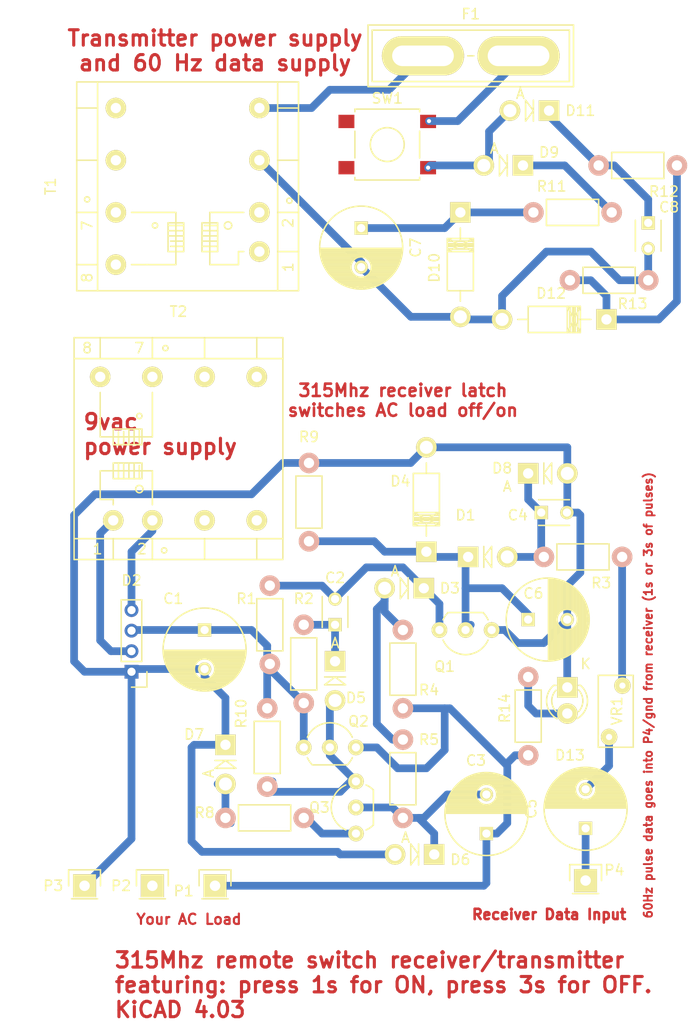
<source format=kicad_pcb>
(kicad_pcb (version 4) (host pcbnew 4.0.4-stable)

  (general
    (links 66)
    (no_connects 2)
    (area 167.793999 74.829999 235.558001 174.588)
    (thickness 1.6)
    (drawings 12)
    (tracks 195)
    (zones 0)
    (modules 45)
    (nets 27)
  )

  (page A4)
  (layers
    (0 F.Cu signal)
    (31 B.Cu signal)
    (32 B.Adhes user)
    (33 F.Adhes user)
    (34 B.Paste user)
    (35 F.Paste user)
    (36 B.SilkS user)
    (37 F.SilkS user)
    (38 B.Mask user)
    (39 F.Mask user)
    (40 Dwgs.User user)
    (41 Cmts.User user)
    (42 Eco1.User user)
    (43 Eco2.User user)
    (44 Edge.Cuts user)
    (45 Margin user)
    (46 B.CrtYd user)
    (47 F.CrtYd user)
    (48 B.Fab user)
    (49 F.Fab user)
  )

  (setup
    (last_trace_width 0.75)
    (trace_clearance 0.4)
    (zone_clearance 0.508)
    (zone_45_only no)
    (trace_min 0.2)
    (segment_width 0.2)
    (edge_width 0.15)
    (via_size 0.41)
    (via_drill 0.4)
    (via_min_size 0.4)
    (via_min_drill 0.3)
    (uvia_size 0.3)
    (uvia_drill 0.1)
    (uvias_allowed no)
    (uvia_min_size 0.2)
    (uvia_min_drill 0.1)
    (pcb_text_width 0.3)
    (pcb_text_size 1.5 1.5)
    (mod_edge_width 0.15)
    (mod_text_size 1 1)
    (mod_text_width 0.15)
    (pad_size 1.524 1.524)
    (pad_drill 0.762)
    (pad_to_mask_clearance 0.2)
    (aux_axis_origin 0 0)
    (visible_elements 7FFFFFFF)
    (pcbplotparams
      (layerselection 0x00030_80000001)
      (usegerberextensions false)
      (excludeedgelayer true)
      (linewidth 1.000000)
      (plotframeref false)
      (viasonmask false)
      (mode 1)
      (useauxorigin false)
      (hpglpennumber 1)
      (hpglpenspeed 20)
      (hpglpendiameter 15)
      (hpglpenoverlay 2)
      (psnegative false)
      (psa4output false)
      (plotreference true)
      (plotvalue true)
      (plotinvisibletext false)
      (padsonsilk false)
      (subtractmaskfromsilk false)
      (outputformat 1)
      (mirror false)
      (drillshape 1)
      (scaleselection 1)
      (outputdirectory ""))
  )

  (net 0 "")
  (net 1 "Net-(C2-Pad1)")
  (net 2 "Net-(C2-Pad2)")
  (net 3 "Net-(C4-Pad1)")
  (net 4 "Net-(D2-Pad2)")
  (net 5 "Net-(D2-Pad4)")
  (net 6 "Net-(C6-Pad1)")
  (net 7 "Net-(D3-Pad2)")
  (net 8 "Net-(Q3-Pad1)")
  (net 9 "Net-(C1-Pad1)")
  (net 10 "Net-(C1-Pad2)")
  (net 11 "Net-(D5-Pad2)")
  (net 12 "Net-(C3-Pad1)")
  (net 13 "Net-(C3-Pad2)")
  (net 14 "Net-(D7-Pad2)")
  (net 15 "Net-(C5-Pad1)")
  (net 16 "Net-(C7-Pad1)")
  (net 17 "Net-(C7-Pad2)")
  (net 18 "Net-(D9-Pad1)")
  (net 19 "Net-(F1-Pad2)")
  (net 20 "Net-(C8-Pad1)")
  (net 21 "Net-(D11-Pad2)")
  (net 22 "Net-(D12-Pad1)")
  (net 23 "Net-(F1-Pad1)")
  (net 24 "Net-(C5-Pad2)")
  (net 25 "Net-(R3-Pad1)")
  (net 26 "Net-(D13-Pad2)")

  (net_class Default "This is the default net class."
    (clearance 0.4)
    (trace_width 0.75)
    (via_dia 0.41)
    (via_drill 0.4)
    (uvia_dia 0.3)
    (uvia_drill 0.1)
    (add_net "Net-(C1-Pad1)")
    (add_net "Net-(C1-Pad2)")
    (add_net "Net-(C2-Pad1)")
    (add_net "Net-(C2-Pad2)")
    (add_net "Net-(C3-Pad1)")
    (add_net "Net-(C3-Pad2)")
    (add_net "Net-(C4-Pad1)")
    (add_net "Net-(C5-Pad1)")
    (add_net "Net-(C5-Pad2)")
    (add_net "Net-(C6-Pad1)")
    (add_net "Net-(C7-Pad1)")
    (add_net "Net-(C7-Pad2)")
    (add_net "Net-(C8-Pad1)")
    (add_net "Net-(D11-Pad2)")
    (add_net "Net-(D12-Pad1)")
    (add_net "Net-(D13-Pad2)")
    (add_net "Net-(D2-Pad2)")
    (add_net "Net-(D2-Pad4)")
    (add_net "Net-(D3-Pad2)")
    (add_net "Net-(D5-Pad2)")
    (add_net "Net-(D7-Pad2)")
    (add_net "Net-(D9-Pad1)")
    (add_net "Net-(F1-Pad1)")
    (add_net "Net-(F1-Pad2)")
    (add_net "Net-(Q3-Pad1)")
    (add_net "Net-(R3-Pad1)")
  )

  (module Resistors_ThroughHole:Resistor_Horizontal_RM7mm (layer F.Cu) (tedit 580B4C4B) (tstamp 57FEE69D)
    (at 223.266 102.108)
    (descr "Resistor, Axial,  RM 7.62mm, 1/3W,")
    (tags "Resistor Axial RM 7.62mm 1/3W R3")
    (path /57FEE0BB)
    (fp_text reference R13 (at 6.096 2.286 180) (layer F.SilkS)
      (effects (font (size 1 1) (thickness 0.15)))
    )
    (fp_text value 1meg (at 4.064 0) (layer F.Fab)
      (effects (font (size 1 1) (thickness 0.15)))
    )
    (fp_line (start -1.25 -1.5) (end 8.85 -1.5) (layer F.CrtYd) (width 0.05))
    (fp_line (start -1.25 1.5) (end -1.25 -1.5) (layer F.CrtYd) (width 0.05))
    (fp_line (start 8.85 -1.5) (end 8.85 1.5) (layer F.CrtYd) (width 0.05))
    (fp_line (start -1.25 1.5) (end 8.85 1.5) (layer F.CrtYd) (width 0.05))
    (fp_line (start 1.27 -1.27) (end 6.35 -1.27) (layer F.SilkS) (width 0.15))
    (fp_line (start 6.35 -1.27) (end 6.35 1.27) (layer F.SilkS) (width 0.15))
    (fp_line (start 6.35 1.27) (end 1.27 1.27) (layer F.SilkS) (width 0.15))
    (fp_line (start 1.27 1.27) (end 1.27 -1.27) (layer F.SilkS) (width 0.15))
    (pad 1 thru_hole circle (at 0 0) (size 1.99898 1.99898) (drill 1.00076) (layers *.Cu *.SilkS *.Mask)
      (net 22 "Net-(D12-Pad1)"))
    (pad 2 thru_hole circle (at 7.62 0) (size 1.99898 1.99898) (drill 1.00076) (layers *.Cu *.SilkS *.Mask)
      (net 17 "Net-(C7-Pad2)"))
  )

  (module Resistors_ThroughHole:Resistor_Horizontal_RM7mm (layer F.Cu) (tedit 57F85BA1) (tstamp 57F85AE0)
    (at 228.346 129.032 180)
    (descr "Resistor, Axial,  RM 7.62mm, 1/3W,")
    (tags "Resistor Axial RM 7.62mm 1/3W R3")
    (path /57E7FC3F)
    (fp_text reference R3 (at 2.032 -2.54 180) (layer F.SilkS)
      (effects (font (size 1 1) (thickness 0.15)))
    )
    (fp_text value 1K (at 4.064 0 180) (layer F.Fab)
      (effects (font (size 1 1) (thickness 0.15)))
    )
    (fp_line (start -1.25 -1.5) (end 8.85 -1.5) (layer F.CrtYd) (width 0.05))
    (fp_line (start -1.25 1.5) (end -1.25 -1.5) (layer F.CrtYd) (width 0.05))
    (fp_line (start 8.85 -1.5) (end 8.85 1.5) (layer F.CrtYd) (width 0.05))
    (fp_line (start -1.25 1.5) (end 8.85 1.5) (layer F.CrtYd) (width 0.05))
    (fp_line (start 1.27 -1.27) (end 6.35 -1.27) (layer F.SilkS) (width 0.15))
    (fp_line (start 6.35 -1.27) (end 6.35 1.27) (layer F.SilkS) (width 0.15))
    (fp_line (start 6.35 1.27) (end 1.27 1.27) (layer F.SilkS) (width 0.15))
    (fp_line (start 1.27 1.27) (end 1.27 -1.27) (layer F.SilkS) (width 0.15))
    (pad 1 thru_hole circle (at 0 0 180) (size 1.99898 1.99898) (drill 1.00076) (layers *.Cu *.SilkS *.Mask)
      (net 25 "Net-(R3-Pad1)"))
    (pad 2 thru_hole circle (at 7.62 0 180) (size 1.99898 1.99898) (drill 1.00076) (layers *.Cu *.SilkS *.Mask)
      (net 3 "Net-(C4-Pad1)"))
  )

  (module Capacitors_ThroughHole:C_Disc_D3_P2.5 (layer F.Cu) (tedit 57F855B6) (tstamp 57E99753)
    (at 200.406 135.636 90)
    (descr "Capacitor 3mm Disc, Pitch 2.5mm")
    (tags Capacitor)
    (path /57E810EA)
    (fp_text reference C2 (at 4.572 0 180) (layer F.SilkS)
      (effects (font (size 1 1) (thickness 0.15)))
    )
    (fp_text value 1uF (at 2.032 2.54 360) (layer F.Fab)
      (effects (font (size 1 1) (thickness 0.15)))
    )
    (fp_line (start -0.9 -1.5) (end 3.4 -1.5) (layer F.CrtYd) (width 0.05))
    (fp_line (start 3.4 -1.5) (end 3.4 1.5) (layer F.CrtYd) (width 0.05))
    (fp_line (start 3.4 1.5) (end -0.9 1.5) (layer F.CrtYd) (width 0.05))
    (fp_line (start -0.9 1.5) (end -0.9 -1.5) (layer F.CrtYd) (width 0.05))
    (fp_line (start -0.25 -1.25) (end 2.75 -1.25) (layer F.SilkS) (width 0.15))
    (fp_line (start 2.75 1.25) (end -0.25 1.25) (layer F.SilkS) (width 0.15))
    (pad 1 thru_hole rect (at 0 0 90) (size 1.3 1.3) (drill 0.8) (layers *.Cu *.Mask F.SilkS)
      (net 1 "Net-(C2-Pad1)"))
    (pad 2 thru_hole circle (at 2.5 0 90) (size 1.3 1.3) (drill 0.8001) (layers *.Cu *.Mask F.SilkS)
      (net 2 "Net-(C2-Pad2)"))
    (model Capacitors_ThroughHole.3dshapes/C_Disc_D3_P2.5.wrl
      (at (xyz 0.0492126 0 0))
      (scale (xyz 1 1 1))
      (rotate (xyz 0 0 0))
    )
  )

  (module Capacitors_ThroughHole:C_Disc_D3_P2.5 (layer F.Cu) (tedit 580B47CC) (tstamp 57E9976B)
    (at 220.472 124.714)
    (descr "Capacitor 3mm Disc, Pitch 2.5mm")
    (tags Capacitor)
    (path /57E7FC10)
    (fp_text reference C4 (at -2.286 0.254 180) (layer F.SilkS)
      (effects (font (size 1 1) (thickness 0.15)))
    )
    (fp_text value 2uf (at 5.08 -1.524 180) (layer F.Fab)
      (effects (font (size 1 1) (thickness 0.15)))
    )
    (fp_line (start -0.9 -1.5) (end 3.4 -1.5) (layer F.CrtYd) (width 0.05))
    (fp_line (start 3.4 -1.5) (end 3.4 1.5) (layer F.CrtYd) (width 0.05))
    (fp_line (start 3.4 1.5) (end -0.9 1.5) (layer F.CrtYd) (width 0.05))
    (fp_line (start -0.9 1.5) (end -0.9 -1.5) (layer F.CrtYd) (width 0.05))
    (fp_line (start -0.25 -1.25) (end 2.75 -1.25) (layer F.SilkS) (width 0.15))
    (fp_line (start 2.75 1.25) (end -0.25 1.25) (layer F.SilkS) (width 0.15))
    (pad 1 thru_hole rect (at 0 0) (size 1.3 1.3) (drill 0.8) (layers *.Cu *.Mask F.SilkS)
      (net 3 "Net-(C4-Pad1)"))
    (pad 2 thru_hole circle (at 2.5 0) (size 1.3 1.3) (drill 0.8001) (layers *.Cu *.Mask F.SilkS)
      (net 10 "Net-(C1-Pad2)"))
    (model Capacitors_ThroughHole.3dshapes/C_Disc_D3_P2.5.wrl
      (at (xyz 0.0492126 0 0))
      (scale (xyz 1 1 1))
      (rotate (xyz 0 0 0))
    )
  )

  (module Pin_Headers:Pin_Header_Straight_1x04_Pitch2.00mm (layer F.Cu) (tedit 57EDD347) (tstamp 57E99789)
    (at 180.594 140.208 180)
    (descr "Through hole pin header, 1x04, 2.00mm pitch, single row")
    (tags "pin header single row")
    (path /57E85EAD)
    (fp_text reference D2 (at 0 8.89 180) (layer F.SilkS)
      (effects (font (size 1 1) (thickness 0.15)))
    )
    (fp_text value Diode_Bridge (at 6.604 2.286 180) (layer F.Fab)
      (effects (font (size 1 1) (thickness 0.15)))
    )
    (fp_line (start -1 1) (end 1 1) (layer F.SilkS) (width 0.15))
    (fp_line (start 1 1) (end 1 7) (layer F.SilkS) (width 0.15))
    (fp_line (start 1 7) (end -1 7) (layer F.SilkS) (width 0.15))
    (fp_line (start -1 7) (end -1 1) (layer F.SilkS) (width 0.15))
    (fp_line (start -1.6 -1.6) (end 1.6 -1.6) (layer F.CrtYd) (width 0.05))
    (fp_line (start 1.6 -1.6) (end 1.6 7.6) (layer F.CrtYd) (width 0.05))
    (fp_line (start 1.6 7.6) (end -1.6 7.6) (layer F.CrtYd) (width 0.05))
    (fp_line (start -1.6 7.6) (end -1.6 -1.6) (layer F.CrtYd) (width 0.05))
    (fp_line (start -1.5 0) (end -1.5 -1.5) (layer F.SilkS) (width 0.15))
    (fp_line (start -1.5 -1.5) (end 0 -1.5) (layer F.SilkS) (width 0.15))
    (pad 1 thru_hole rect (at 0 0 180) (size 1.35 1.35) (drill 0.8) (layers *.Cu *.Mask)
      (net 10 "Net-(C1-Pad2)"))
    (pad 2 thru_hole circle (at 0 2 180) (size 1.35 1.35) (drill 0.8) (layers *.Cu *.Mask)
      (net 4 "Net-(D2-Pad2)"))
    (pad 3 thru_hole circle (at 0 4 180) (size 1.35 1.35) (drill 0.8) (layers *.Cu *.Mask)
      (net 9 "Net-(C1-Pad1)"))
    (pad 4 thru_hole circle (at 0 6 180) (size 1.35 1.35) (drill 0.8) (layers *.Cu *.Mask)
      (net 5 "Net-(D2-Pad4)"))
    (model Pin_Headers.3dshapes/Pin_Header_Straight_1x04_Pitch2.00mm.wrl
      (at (xyz 0 0 0))
      (scale (xyz 1 1 1))
      (rotate (xyz 0 0 0))
    )
  )

  (module Transformers_SMPS_ThroughHole:Coilcraft-Q4434-B_Rhombus-T1311 (layer F.Cu) (tedit 57EDD241) (tstamp 57EAB15C)
    (at 185.166 119.126)
    (descr "Transformator, Transformer, Flyback, Coilcraft Q4434-B, Rgombus T1311,")
    (tags "Transformator, Transformer, Flyback, Coilcraft Q4434-B, Rgombus T1311,")
    (path /57E85DDB)
    (fp_text reference T2 (at 0 -13.97) (layer F.SilkS)
      (effects (font (size 1 1) (thickness 0.15)))
    )
    (fp_text value TRANSFO (at 2.794 9.144) (layer F.Fab)
      (effects (font (size 1 1) (thickness 0.15)))
    )
    (fp_line (start -6.35 8.128) (end -6.35 10.16) (layer F.SilkS) (width 0.15))
    (fp_line (start -2.54 8.128) (end -2.54 10.16) (layer F.SilkS) (width 0.15))
    (fp_line (start 2.54 8.128) (end 2.54 10.033) (layer F.SilkS) (width 0.15))
    (fp_line (start 7.62 8.128) (end 7.62 10.033) (layer F.SilkS) (width 0.15))
    (fp_line (start 10.16 8.128) (end 10.16 10.033) (layer F.SilkS) (width 0.15))
    (fp_line (start -10.16 8.128) (end -10.16 10.16) (layer F.SilkS) (width 0.15))
    (fp_line (start -10.16 10.16) (end 10.16 10.16) (layer F.SilkS) (width 0.15))
    (fp_text user 8 (at -8.89 -10.414) (layer F.SilkS)
      (effects (font (size 1 1) (thickness 0.15)))
    )
    (fp_text user 7 (at -3.81 -10.414) (layer F.SilkS)
      (effects (font (size 1 1) (thickness 0.15)))
    )
    (fp_text user 2 (at -3.556 9.144) (layer F.SilkS)
      (effects (font (size 1 1) (thickness 0.15)))
    )
    (fp_text user 1 (at -7.874 9.144) (layer F.SilkS)
      (effects (font (size 1 1) (thickness 0.15)))
    )
    (fp_circle (center -1.397 9.271) (end -1.397 9.525) (layer F.SilkS) (width 0.15))
    (fp_circle (center -1.27 -10.414) (end -1.27 -10.16) (layer F.SilkS) (width 0.15))
    (fp_circle (center -3.81 -3.81) (end -3.81 -3.556) (layer F.SilkS) (width 0.15))
    (fp_circle (center -3.81 3.302) (end -3.556 3.556) (layer F.SilkS) (width 0.15))
    (fp_line (start -3.81 1.016) (end -3.81 2.286) (layer F.SilkS) (width 0.15))
    (fp_line (start -4.318 0.762) (end -4.318 2.286) (layer F.SilkS) (width 0.15))
    (fp_line (start -4.826 0.762) (end -4.826 2.286) (layer F.SilkS) (width 0.15))
    (fp_line (start -5.334 0.762) (end -5.334 2.286) (layer F.SilkS) (width 0.15))
    (fp_line (start -5.842 0.762) (end -5.842 2.286) (layer F.SilkS) (width 0.15))
    (fp_line (start -6.35 0.762) (end -6.35 2.286) (layer F.SilkS) (width 0.15))
    (fp_line (start -6.35 2.286) (end -3.556 2.286) (layer F.SilkS) (width 0.15))
    (fp_line (start -3.556 2.286) (end -3.556 0.762) (layer F.SilkS) (width 0.15))
    (fp_line (start -3.556 0.762) (end -6.35 0.762) (layer F.SilkS) (width 0.15))
    (fp_line (start -6.35 1.524) (end -7.62 1.524) (layer F.SilkS) (width 0.15))
    (fp_line (start -7.62 1.524) (end -7.62 4.318) (layer F.SilkS) (width 0.15))
    (fp_line (start -7.62 4.318) (end -6.35 4.318) (layer F.SilkS) (width 0.15))
    (fp_line (start -6.35 4.318) (end -6.35 4.826) (layer F.SilkS) (width 0.15))
    (fp_line (start -6.35 1.524) (end -2.54 1.524) (layer F.SilkS) (width 0.15))
    (fp_line (start -2.54 1.524) (end -2.54 4.826) (layer F.SilkS) (width 0.15))
    (fp_line (start -3.81 -2.54) (end -3.81 -1.016) (layer F.SilkS) (width 0.15))
    (fp_line (start -4.318 -2.54) (end -4.318 -1.016) (layer F.SilkS) (width 0.15))
    (fp_line (start -4.826 -2.54) (end -4.826 -1.016) (layer F.SilkS) (width 0.15))
    (fp_line (start -5.334 -2.286) (end -5.334 -1.016) (layer F.SilkS) (width 0.15))
    (fp_line (start -5.842 -2.286) (end -5.842 -1.016) (layer F.SilkS) (width 0.15))
    (fp_line (start -6.35 -2.54) (end -3.556 -2.54) (layer F.SilkS) (width 0.15))
    (fp_line (start -3.556 -2.54) (end -3.556 -1.016) (layer F.SilkS) (width 0.15))
    (fp_line (start -3.556 -1.016) (end -6.35 -1.016) (layer F.SilkS) (width 0.15))
    (fp_line (start -6.35 -1.016) (end -6.35 -2.54) (layer F.SilkS) (width 0.15))
    (fp_line (start -7.62 -6.096) (end -7.62 -4.572) (layer F.SilkS) (width 0.15))
    (fp_line (start -7.62 -4.572) (end -7.62 -1.778) (layer F.SilkS) (width 0.15))
    (fp_line (start -7.62 -1.778) (end -2.54 -1.778) (layer F.SilkS) (width 0.15))
    (fp_line (start -2.54 -1.778) (end -2.54 -6.096) (layer F.SilkS) (width 0.15))
    (fp_line (start -7.62 -9.398) (end -7.62 -11.43) (layer F.SilkS) (width 0.15))
    (fp_line (start -2.54 -9.398) (end -2.54 -11.43) (layer F.SilkS) (width 0.15))
    (fp_line (start 2.54 -9.398) (end 2.54 -11.43) (layer F.SilkS) (width 0.15))
    (fp_line (start 7.62 -9.398) (end 7.62 -11.43) (layer F.SilkS) (width 0.15))
    (fp_line (start 10.16 -11.43) (end 10.16 -9.398) (layer F.SilkS) (width 0.15))
    (fp_line (start -10.16 -11.43) (end -10.16 -9.398) (layer F.SilkS) (width 0.15))
    (fp_line (start 10.16 -11.43) (end -10.16 -11.43) (layer F.SilkS) (width 0.15))
    (fp_line (start 10.16 -9.398) (end -10.16 -9.398) (layer F.SilkS) (width 0.15))
    (fp_line (start -10.16 -9.398) (end -10.16 8.128) (layer F.SilkS) (width 0.15))
    (fp_line (start -10.16 8.128) (end 10.16 8.128) (layer F.SilkS) (width 0.15))
    (fp_line (start 10.16 8.128) (end 10.16 -9.398) (layer F.SilkS) (width 0.15))
    (pad 5 thru_hole circle (at 7.62 -7.62) (size 1.99898 1.99898) (drill 1.00076) (layers *.Cu *.Mask F.SilkS))
    (pad 6 thru_hole circle (at 2.54 -7.62) (size 1.99898 1.99898) (drill 1.00076) (layers *.Cu *.Mask F.SilkS))
    (pad 7 thru_hole circle (at -2.54 -7.62) (size 1.99898 1.99898) (drill 1.00076) (layers *.Cu *.Mask F.SilkS))
    (pad 8 thru_hole circle (at -7.62 -7.62) (size 1.99898 1.99898) (drill 1.00076) (layers *.Cu *.Mask F.SilkS))
    (pad 1 thru_hole circle (at -6.35 6.35) (size 1.99898 1.99898) (drill 1.00076) (layers *.Cu *.Mask F.SilkS)
      (net 4 "Net-(D2-Pad2)"))
    (pad 2 thru_hole circle (at -2.54 6.35) (size 1.99898 1.99898) (drill 1.00076) (layers *.Cu *.Mask F.SilkS)
      (net 5 "Net-(D2-Pad4)"))
    (pad 3 thru_hole circle (at 2.54 6.35) (size 1.99898 1.99898) (drill 1.00076) (layers *.Cu *.Mask F.SilkS))
    (pad 4 thru_hole circle (at 7.62 6.35) (size 1.99898 1.99898) (drill 1.00076) (layers *.Cu *.Mask F.SilkS))
  )

  (module Resistors_ThroughHole:Resistor_Horizontal_RM7mm (layer F.Cu) (tedit 57F6E244) (tstamp 57EBC598)
    (at 194.056 139.446 90)
    (descr "Resistor, Axial,  RM 7.62mm, 1/3W,")
    (tags "Resistor Axial RM 7.62mm 1/3W R3")
    (path /57E8104D)
    (fp_text reference R1 (at 6.35 -2.286 180) (layer F.SilkS)
      (effects (font (size 1 1) (thickness 0.15)))
    )
    (fp_text value 330K (at 3.81 0 90) (layer F.Fab)
      (effects (font (size 1 1) (thickness 0.15)))
    )
    (fp_line (start -1.25 -1.5) (end 8.85 -1.5) (layer F.CrtYd) (width 0.05))
    (fp_line (start -1.25 1.5) (end -1.25 -1.5) (layer F.CrtYd) (width 0.05))
    (fp_line (start 8.85 -1.5) (end 8.85 1.5) (layer F.CrtYd) (width 0.05))
    (fp_line (start -1.25 1.5) (end 8.85 1.5) (layer F.CrtYd) (width 0.05))
    (fp_line (start 1.27 -1.27) (end 6.35 -1.27) (layer F.SilkS) (width 0.15))
    (fp_line (start 6.35 -1.27) (end 6.35 1.27) (layer F.SilkS) (width 0.15))
    (fp_line (start 6.35 1.27) (end 1.27 1.27) (layer F.SilkS) (width 0.15))
    (fp_line (start 1.27 1.27) (end 1.27 -1.27) (layer F.SilkS) (width 0.15))
    (pad 1 thru_hole circle (at 0 0 90) (size 1.99898 1.99898) (drill 1.00076) (layers *.Cu *.SilkS *.Mask)
      (net 9 "Net-(C1-Pad1)"))
    (pad 2 thru_hole circle (at 7.62 0 90) (size 1.99898 1.99898) (drill 1.00076) (layers *.Cu *.SilkS *.Mask)
      (net 2 "Net-(C2-Pad2)"))
  )

  (module Resistors_ThroughHole:Resistor_Horizontal_RM7mm (layer F.Cu) (tedit 57F855BA) (tstamp 57EBC5A5)
    (at 197.358 143.256 90)
    (descr "Resistor, Axial,  RM 7.62mm, 1/3W,")
    (tags "Resistor Axial RM 7.62mm 1/3W R3")
    (path /57E81098)
    (fp_text reference R2 (at 10.16 0 180) (layer F.SilkS)
      (effects (font (size 1 1) (thickness 0.15)))
    )
    (fp_text value 100K (at 3.81 0 90) (layer F.Fab)
      (effects (font (size 1 1) (thickness 0.15)))
    )
    (fp_line (start -1.25 -1.5) (end 8.85 -1.5) (layer F.CrtYd) (width 0.05))
    (fp_line (start -1.25 1.5) (end -1.25 -1.5) (layer F.CrtYd) (width 0.05))
    (fp_line (start 8.85 -1.5) (end 8.85 1.5) (layer F.CrtYd) (width 0.05))
    (fp_line (start -1.25 1.5) (end 8.85 1.5) (layer F.CrtYd) (width 0.05))
    (fp_line (start 1.27 -1.27) (end 6.35 -1.27) (layer F.SilkS) (width 0.15))
    (fp_line (start 6.35 -1.27) (end 6.35 1.27) (layer F.SilkS) (width 0.15))
    (fp_line (start 6.35 1.27) (end 1.27 1.27) (layer F.SilkS) (width 0.15))
    (fp_line (start 1.27 1.27) (end 1.27 -1.27) (layer F.SilkS) (width 0.15))
    (pad 1 thru_hole circle (at 0 0 90) (size 1.99898 1.99898) (drill 1.00076) (layers *.Cu *.SilkS *.Mask)
      (net 9 "Net-(C1-Pad1)"))
    (pad 2 thru_hole circle (at 7.62 0 90) (size 1.99898 1.99898) (drill 1.00076) (layers *.Cu *.SilkS *.Mask)
      (net 1 "Net-(C2-Pad1)"))
  )

  (module Resistors_ThroughHole:Resistor_Horizontal_RM7mm (layer F.Cu) (tedit 57EDD05E) (tstamp 57EBC5BF)
    (at 207.01 143.764 90)
    (descr "Resistor, Axial,  RM 7.62mm, 1/3W,")
    (tags "Resistor Axial RM 7.62mm 1/3W R3")
    (path /57E832F0)
    (fp_text reference R4 (at 1.778 2.54 180) (layer F.SilkS)
      (effects (font (size 1 1) (thickness 0.15)))
    )
    (fp_text value 100K (at 3.81 0 270) (layer F.Fab)
      (effects (font (size 1 1) (thickness 0.15)))
    )
    (fp_line (start -1.25 -1.5) (end 8.85 -1.5) (layer F.CrtYd) (width 0.05))
    (fp_line (start -1.25 1.5) (end -1.25 -1.5) (layer F.CrtYd) (width 0.05))
    (fp_line (start 8.85 -1.5) (end 8.85 1.5) (layer F.CrtYd) (width 0.05))
    (fp_line (start -1.25 1.5) (end 8.85 1.5) (layer F.CrtYd) (width 0.05))
    (fp_line (start 1.27 -1.27) (end 6.35 -1.27) (layer F.SilkS) (width 0.15))
    (fp_line (start 6.35 -1.27) (end 6.35 1.27) (layer F.SilkS) (width 0.15))
    (fp_line (start 6.35 1.27) (end 1.27 1.27) (layer F.SilkS) (width 0.15))
    (fp_line (start 1.27 1.27) (end 1.27 -1.27) (layer F.SilkS) (width 0.15))
    (pad 1 thru_hole circle (at 0 0 90) (size 1.99898 1.99898) (drill 1.00076) (layers *.Cu *.SilkS *.Mask)
      (net 12 "Net-(C3-Pad1)"))
    (pad 2 thru_hole circle (at 7.62 0 90) (size 1.99898 1.99898) (drill 1.00076) (layers *.Cu *.SilkS *.Mask)
      (net 7 "Net-(D3-Pad2)"))
  )

  (module Resistors_ThroughHole:Resistor_Horizontal_RM7mm (layer F.Cu) (tedit 57F856F0) (tstamp 57EBC5CC)
    (at 207.01 146.812 270)
    (descr "Resistor, Axial,  RM 7.62mm, 1/3W,")
    (tags "Resistor Axial RM 7.62mm 1/3W R3")
    (path /57E83337)
    (fp_text reference R5 (at 0 -2.54 360) (layer F.SilkS)
      (effects (font (size 1 1) (thickness 0.15)))
    )
    (fp_text value 330K (at 3.81 0 270) (layer F.Fab)
      (effects (font (size 1 1) (thickness 0.15)))
    )
    (fp_line (start -1.25 -1.5) (end 8.85 -1.5) (layer F.CrtYd) (width 0.05))
    (fp_line (start -1.25 1.5) (end -1.25 -1.5) (layer F.CrtYd) (width 0.05))
    (fp_line (start 8.85 -1.5) (end 8.85 1.5) (layer F.CrtYd) (width 0.05))
    (fp_line (start -1.25 1.5) (end 8.85 1.5) (layer F.CrtYd) (width 0.05))
    (fp_line (start 1.27 -1.27) (end 6.35 -1.27) (layer F.SilkS) (width 0.15))
    (fp_line (start 6.35 -1.27) (end 6.35 1.27) (layer F.SilkS) (width 0.15))
    (fp_line (start 6.35 1.27) (end 1.27 1.27) (layer F.SilkS) (width 0.15))
    (fp_line (start 1.27 1.27) (end 1.27 -1.27) (layer F.SilkS) (width 0.15))
    (pad 1 thru_hole circle (at 0 0 270) (size 1.99898 1.99898) (drill 1.00076) (layers *.Cu *.SilkS *.Mask)
      (net 7 "Net-(D3-Pad2)"))
    (pad 2 thru_hole circle (at 7.62 0 270) (size 1.99898 1.99898) (drill 1.00076) (layers *.Cu *.SilkS *.Mask)
      (net 13 "Net-(C3-Pad2)"))
  )

  (module Pin_Headers:Pin_Header_Straight_1x01 (layer F.Cu) (tedit 57F4601B) (tstamp 57EA955A)
    (at 188.722 161.036)
    (descr "Through hole pin header")
    (tags "pin header")
    (path /57EAAC69)
    (fp_text reference P1 (at -3.048 0.508) (layer F.SilkS)
      (effects (font (size 1 1) (thickness 0.15)))
    )
    (fp_text value CONN_01X01 (at 1.016 -2.54) (layer F.Fab)
      (effects (font (size 1 1) (thickness 0.15)))
    )
    (fp_line (start 1.55 -1.55) (end 1.55 0) (layer F.SilkS) (width 0.15))
    (fp_line (start -1.75 -1.75) (end -1.75 1.75) (layer F.CrtYd) (width 0.05))
    (fp_line (start 1.75 -1.75) (end 1.75 1.75) (layer F.CrtYd) (width 0.05))
    (fp_line (start -1.75 -1.75) (end 1.75 -1.75) (layer F.CrtYd) (width 0.05))
    (fp_line (start -1.75 1.75) (end 1.75 1.75) (layer F.CrtYd) (width 0.05))
    (fp_line (start -1.55 0) (end -1.55 -1.55) (layer F.SilkS) (width 0.15))
    (fp_line (start -1.55 -1.55) (end 1.55 -1.55) (layer F.SilkS) (width 0.15))
    (fp_line (start -1.27 1.27) (end 1.27 1.27) (layer F.SilkS) (width 0.15))
    (pad 1 thru_hole rect (at 0 0) (size 2.2352 2.2352) (drill 1.016) (layers *.Cu *.Mask F.SilkS)
      (net 12 "Net-(C3-Pad1)"))
    (model Pin_Headers.3dshapes/Pin_Header_Straight_1x01.wrl
      (at (xyz 0 0 0))
      (scale (xyz 1 1 1))
      (rotate (xyz 0 0 90))
    )
  )

  (module Pin_Headers:Pin_Header_Straight_1x01 (layer F.Cu) (tedit 57F46032) (tstamp 57EA955F)
    (at 182.626 161.036)
    (descr "Through hole pin header")
    (tags "pin header")
    (path /57EABFA4)
    (fp_text reference P2 (at -3.048 0) (layer F.SilkS)
      (effects (font (size 1 1) (thickness 0.15)))
    )
    (fp_text value CONN_01X01 (at 0 -4.064) (layer F.Fab)
      (effects (font (size 1 1) (thickness 0.15)))
    )
    (fp_line (start 1.55 -1.55) (end 1.55 0) (layer F.SilkS) (width 0.15))
    (fp_line (start -1.75 -1.75) (end -1.75 1.75) (layer F.CrtYd) (width 0.05))
    (fp_line (start 1.75 -1.75) (end 1.75 1.75) (layer F.CrtYd) (width 0.05))
    (fp_line (start -1.75 -1.75) (end 1.75 -1.75) (layer F.CrtYd) (width 0.05))
    (fp_line (start -1.75 1.75) (end 1.75 1.75) (layer F.CrtYd) (width 0.05))
    (fp_line (start -1.55 0) (end -1.55 -1.55) (layer F.SilkS) (width 0.15))
    (fp_line (start -1.55 -1.55) (end 1.55 -1.55) (layer F.SilkS) (width 0.15))
    (fp_line (start -1.27 1.27) (end 1.27 1.27) (layer F.SilkS) (width 0.15))
    (pad 1 thru_hole rect (at 0 0) (size 2.2352 2.2352) (drill 1.016) (layers *.Cu *.Mask F.SilkS))
    (model Pin_Headers.3dshapes/Pin_Header_Straight_1x01.wrl
      (at (xyz 0 0 0))
      (scale (xyz 1 1 1))
      (rotate (xyz 0 0 90))
    )
  )

  (module Pin_Headers:Pin_Header_Straight_1x01 (layer F.Cu) (tedit 57F46015) (tstamp 57EA99E3)
    (at 176.022 161.036)
    (descr "Through hole pin header")
    (tags "pin header")
    (path /57EAABF4)
    (fp_text reference P3 (at -3.048 0) (layer F.SilkS)
      (effects (font (size 1 1) (thickness 0.15)))
    )
    (fp_text value CONN_01X01 (at -1.016 -2.54) (layer F.Fab)
      (effects (font (size 1 1) (thickness 0.15)))
    )
    (fp_line (start 1.55 -1.55) (end 1.55 0) (layer F.SilkS) (width 0.15))
    (fp_line (start -1.75 -1.75) (end -1.75 1.75) (layer F.CrtYd) (width 0.05))
    (fp_line (start 1.75 -1.75) (end 1.75 1.75) (layer F.CrtYd) (width 0.05))
    (fp_line (start -1.75 -1.75) (end 1.75 -1.75) (layer F.CrtYd) (width 0.05))
    (fp_line (start -1.75 1.75) (end 1.75 1.75) (layer F.CrtYd) (width 0.05))
    (fp_line (start -1.55 0) (end -1.55 -1.55) (layer F.SilkS) (width 0.15))
    (fp_line (start -1.55 -1.55) (end 1.55 -1.55) (layer F.SilkS) (width 0.15))
    (fp_line (start -1.27 1.27) (end 1.27 1.27) (layer F.SilkS) (width 0.15))
    (pad 1 thru_hole rect (at 0 0) (size 2.2352 2.2352) (drill 1.016) (layers *.Cu *.Mask F.SilkS)
      (net 10 "Net-(C1-Pad2)"))
    (model Pin_Headers.3dshapes/Pin_Header_Straight_1x01.wrl
      (at (xyz 0 0 0))
      (scale (xyz 1 1 1))
      (rotate (xyz 0 0 90))
    )
  )

  (module Pin_Headers:Pin_Header_Straight_1x01 (layer F.Cu) (tedit 580B49EC) (tstamp 57F3E9FB)
    (at 224.79 160.528)
    (descr "Through hole pin header")
    (tags "pin header")
    (path /57EABCE6)
    (fp_text reference P4 (at 2.794 -1.016) (layer F.SilkS)
      (effects (font (size 1 1) (thickness 0.15)))
    )
    (fp_text value CONN_01X01 (at -4.318 0.762) (layer F.Fab)
      (effects (font (size 1 1) (thickness 0.15)))
    )
    (fp_line (start 1.55 -1.55) (end 1.55 0) (layer F.SilkS) (width 0.15))
    (fp_line (start -1.75 -1.75) (end -1.75 1.75) (layer F.CrtYd) (width 0.05))
    (fp_line (start 1.75 -1.75) (end 1.75 1.75) (layer F.CrtYd) (width 0.05))
    (fp_line (start -1.75 -1.75) (end 1.75 -1.75) (layer F.CrtYd) (width 0.05))
    (fp_line (start -1.75 1.75) (end 1.75 1.75) (layer F.CrtYd) (width 0.05))
    (fp_line (start -1.55 0) (end -1.55 -1.55) (layer F.SilkS) (width 0.15))
    (fp_line (start -1.55 -1.55) (end 1.55 -1.55) (layer F.SilkS) (width 0.15))
    (fp_line (start -1.27 1.27) (end 1.27 1.27) (layer F.SilkS) (width 0.15))
    (pad 1 thru_hole rect (at 0 0) (size 2.2352 2.2352) (drill 1.016) (layers *.Cu *.Mask F.SilkS)
      (net 15 "Net-(C5-Pad1)"))
    (model Pin_Headers.3dshapes/Pin_Header_Straight_1x01.wrl
      (at (xyz 0 0 0))
      (scale (xyz 1 1 1))
      (rotate (xyz 0 0 90))
    )
  )

  (module TO_SOT_Packages_THT:TO-92_Inline_Wide (layer F.Cu) (tedit 57F85BB7) (tstamp 57EAF026)
    (at 202.438 155.956 90)
    (descr "TO-92 leads in-line, wide, drill 0.8mm (see NXP sot054_po.pdf)")
    (tags "to-92 sc-43 sc-43a sot54 PA33 transistor")
    (path /57EADDBD)
    (fp_text reference Q3 (at 2.54 -3.556 360) (layer F.SilkS)
      (effects (font (size 1 1) (thickness 0.15)))
    )
    (fp_text value 2N4401 (at 4.064 3.048 90) (layer F.Fab)
      (effects (font (size 1 1) (thickness 0.15)))
    )
    (fp_arc (start 2.54 0) (end 0.84 1.7) (angle 20.5) (layer F.SilkS) (width 0.15))
    (fp_arc (start 2.54 0) (end 4.24 1.7) (angle -20.5) (layer F.SilkS) (width 0.15))
    (fp_line (start -1 1.95) (end -1 -2.65) (layer F.CrtYd) (width 0.05))
    (fp_line (start -1 1.95) (end 6.1 1.95) (layer F.CrtYd) (width 0.05))
    (fp_line (start 0.84 1.7) (end 4.24 1.7) (layer F.SilkS) (width 0.15))
    (fp_arc (start 2.54 0) (end 2.54 -2.4) (angle -65.55604127) (layer F.SilkS) (width 0.15))
    (fp_arc (start 2.54 0) (end 2.54 -2.4) (angle 65.55604127) (layer F.SilkS) (width 0.15))
    (fp_line (start -1 -2.65) (end 6.1 -2.65) (layer F.CrtYd) (width 0.05))
    (fp_line (start 6.1 1.95) (end 6.1 -2.65) (layer F.CrtYd) (width 0.05))
    (pad 2 thru_hole circle (at 2.54 0 180) (size 1.524 1.524) (drill 0.8) (layers *.Cu *.Mask F.SilkS)
      (net 13 "Net-(C3-Pad2)"))
    (pad 3 thru_hole circle (at 5.08 0 180) (size 1.524 1.524) (drill 0.8) (layers *.Cu *.Mask F.SilkS)
      (net 11 "Net-(D5-Pad2)"))
    (pad 1 thru_hole circle (at 0 0 180) (size 1.524 1.524) (drill 0.8) (layers *.Cu *.Mask F.SilkS)
      (net 8 "Net-(Q3-Pad1)"))
    (model TO_SOT_Packages_THT.3dshapes/TO-92_Inline_Wide.wrl
      (at (xyz 0.1 0 0))
      (scale (xyz 1 1 1))
      (rotate (xyz 0 0 -90))
    )
  )

  (module Diodes_ThroughHole:Diode_DO-41_SOD81_Vertical_AnodeUp (layer F.Cu) (tedit 580B4828) (tstamp 57EEEE53)
    (at 213.36 129.032)
    (descr "Diode, DO-41, SOD81, Vertical, Anode Up,")
    (tags "Diode, DO-41, SOD81, Vertical, Anode Up, 1N4007, SB140,")
    (path /57EEECDB)
    (fp_text reference D1 (at -0.254 -4.064) (layer F.SilkS)
      (effects (font (size 1 1) (thickness 0.15)))
    )
    (fp_text value 1N4148 (at 1.016 -2.286) (layer F.Fab)
      (effects (font (size 1 1) (thickness 0.15)))
    )
    (fp_text user A (at 0 0) (layer F.SilkS)
      (effects (font (size 1 1) (thickness 0.15)))
    )
    (fp_line (start 1.524 0) (end 2.286 1.016) (layer F.SilkS) (width 0.15))
    (fp_line (start 1.524 0) (end 2.286 -1.016) (layer F.SilkS) (width 0.15))
    (fp_line (start 1.524 -1.016) (end 1.524 1.016) (layer F.SilkS) (width 0.15))
    (fp_line (start 2.286 -1.016) (end 2.286 1.016) (layer F.SilkS) (width 0.15))
    (pad 2 thru_hole circle (at 3.81 0) (size 1.99898 1.99898) (drill 1.27) (layers *.Cu *.Mask F.SilkS)
      (net 3 "Net-(C4-Pad1)"))
    (pad 1 thru_hole rect (at 0 0) (size 1.99898 1.99898) (drill 1.00076) (layers *.Cu *.Mask F.SilkS)
      (net 6 "Net-(C6-Pad1)"))
  )

  (module Capacitors_ThroughHole:C_Radial_D8_L13_P3.8 (layer F.Cu) (tedit 580B47FF) (tstamp 57EEF6AC)
    (at 219.202 135.128)
    (descr "Radial Electrolytic Capacitor Diameter 8mm x Length 13mm, Pitch 3.8mm")
    (tags "Electrolytic Capacitor")
    (path /57EEF1B3)
    (fp_text reference C6 (at 0.508 -2.54) (layer F.SilkS)
      (effects (font (size 1 1) (thickness 0.15)))
    )
    (fp_text value 47uf (at 3.302 -1.524) (layer F.Fab)
      (effects (font (size 1 1) (thickness 0.15)))
    )
    (fp_line (start 1.975 -3.999) (end 1.975 3.999) (layer F.SilkS) (width 0.15))
    (fp_line (start 2.115 -3.994) (end 2.115 3.994) (layer F.SilkS) (width 0.15))
    (fp_line (start 2.255 -3.984) (end 2.255 3.984) (layer F.SilkS) (width 0.15))
    (fp_line (start 2.395 -3.969) (end 2.395 3.969) (layer F.SilkS) (width 0.15))
    (fp_line (start 2.535 -3.949) (end 2.535 3.949) (layer F.SilkS) (width 0.15))
    (fp_line (start 2.675 -3.924) (end 2.675 3.924) (layer F.SilkS) (width 0.15))
    (fp_line (start 2.815 -3.894) (end 2.815 -0.173) (layer F.SilkS) (width 0.15))
    (fp_line (start 2.815 0.173) (end 2.815 3.894) (layer F.SilkS) (width 0.15))
    (fp_line (start 2.955 -3.858) (end 2.955 -0.535) (layer F.SilkS) (width 0.15))
    (fp_line (start 2.955 0.535) (end 2.955 3.858) (layer F.SilkS) (width 0.15))
    (fp_line (start 3.095 -3.817) (end 3.095 -0.709) (layer F.SilkS) (width 0.15))
    (fp_line (start 3.095 0.709) (end 3.095 3.817) (layer F.SilkS) (width 0.15))
    (fp_line (start 3.235 -3.771) (end 3.235 -0.825) (layer F.SilkS) (width 0.15))
    (fp_line (start 3.235 0.825) (end 3.235 3.771) (layer F.SilkS) (width 0.15))
    (fp_line (start 3.375 -3.718) (end 3.375 -0.905) (layer F.SilkS) (width 0.15))
    (fp_line (start 3.375 0.905) (end 3.375 3.718) (layer F.SilkS) (width 0.15))
    (fp_line (start 3.515 -3.659) (end 3.515 -0.959) (layer F.SilkS) (width 0.15))
    (fp_line (start 3.515 0.959) (end 3.515 3.659) (layer F.SilkS) (width 0.15))
    (fp_line (start 3.655 -3.594) (end 3.655 -0.989) (layer F.SilkS) (width 0.15))
    (fp_line (start 3.655 0.989) (end 3.655 3.594) (layer F.SilkS) (width 0.15))
    (fp_line (start 3.795 -3.523) (end 3.795 -1) (layer F.SilkS) (width 0.15))
    (fp_line (start 3.795 1) (end 3.795 3.523) (layer F.SilkS) (width 0.15))
    (fp_line (start 3.935 -3.444) (end 3.935 -0.991) (layer F.SilkS) (width 0.15))
    (fp_line (start 3.935 0.991) (end 3.935 3.444) (layer F.SilkS) (width 0.15))
    (fp_line (start 4.075 -3.357) (end 4.075 -0.961) (layer F.SilkS) (width 0.15))
    (fp_line (start 4.075 0.961) (end 4.075 3.357) (layer F.SilkS) (width 0.15))
    (fp_line (start 4.215 -3.262) (end 4.215 -0.91) (layer F.SilkS) (width 0.15))
    (fp_line (start 4.215 0.91) (end 4.215 3.262) (layer F.SilkS) (width 0.15))
    (fp_line (start 4.355 -3.158) (end 4.355 -0.832) (layer F.SilkS) (width 0.15))
    (fp_line (start 4.355 0.832) (end 4.355 3.158) (layer F.SilkS) (width 0.15))
    (fp_line (start 4.495 -3.044) (end 4.495 -0.719) (layer F.SilkS) (width 0.15))
    (fp_line (start 4.495 0.719) (end 4.495 3.044) (layer F.SilkS) (width 0.15))
    (fp_line (start 4.635 -2.919) (end 4.635 -0.55) (layer F.SilkS) (width 0.15))
    (fp_line (start 4.635 0.55) (end 4.635 2.919) (layer F.SilkS) (width 0.15))
    (fp_line (start 4.775 -2.781) (end 4.775 -0.222) (layer F.SilkS) (width 0.15))
    (fp_line (start 4.775 0.222) (end 4.775 2.781) (layer F.SilkS) (width 0.15))
    (fp_line (start 4.915 -2.629) (end 4.915 2.629) (layer F.SilkS) (width 0.15))
    (fp_line (start 5.055 -2.459) (end 5.055 2.459) (layer F.SilkS) (width 0.15))
    (fp_line (start 5.195 -2.268) (end 5.195 2.268) (layer F.SilkS) (width 0.15))
    (fp_line (start 5.335 -2.05) (end 5.335 2.05) (layer F.SilkS) (width 0.15))
    (fp_line (start 5.475 -1.794) (end 5.475 1.794) (layer F.SilkS) (width 0.15))
    (fp_line (start 5.615 -1.483) (end 5.615 1.483) (layer F.SilkS) (width 0.15))
    (fp_line (start 5.755 -1.067) (end 5.755 1.067) (layer F.SilkS) (width 0.15))
    (fp_line (start 5.895 -0.2) (end 5.895 0.2) (layer F.SilkS) (width 0.15))
    (fp_circle (center 3.8 0) (end 3.8 -1) (layer F.SilkS) (width 0.15))
    (fp_circle (center 1.9 0) (end 1.9 -4.0375) (layer F.SilkS) (width 0.15))
    (fp_circle (center 1.9 0) (end 1.9 -4.3) (layer F.CrtYd) (width 0.05))
    (pad 1 thru_hole rect (at 0 0) (size 1.3 1.3) (drill 0.8) (layers *.Cu *.Mask F.SilkS)
      (net 6 "Net-(C6-Pad1)"))
    (pad 2 thru_hole circle (at 3.8 0) (size 1.3 1.3) (drill 0.8) (layers *.Cu *.Mask F.SilkS)
      (net 10 "Net-(C1-Pad2)"))
    (model Capacitors_ThroughHole.3dshapes/C_Radial_D8_L13_P3.8.wrl
      (at (xyz 0.0748031 0 0))
      (scale (xyz 1 1 1))
      (rotate (xyz 0 0 90))
    )
  )

  (module Diodes_ThroughHole:Diode_DO-41_SOD81_Vertical_AnodeUp (layer F.Cu) (tedit 580B4846) (tstamp 57F1AAFC)
    (at 209.042 132.08 180)
    (descr "Diode, DO-41, SOD81, Vertical, Anode Up,")
    (tags "Diode, DO-41, SOD81, Vertical, Anode Up, 1N4007, SB140,")
    (path /57F1BBBB)
    (fp_text reference D3 (at -2.54 0 180) (layer F.SilkS)
      (effects (font (size 1 1) (thickness 0.15)))
    )
    (fp_text value 1N4148 (at 0.05 -2 180) (layer F.Fab)
      (effects (font (size 1 1) (thickness 0.15)))
    )
    (fp_text user A (at 2.794 1.651 180) (layer F.SilkS)
      (effects (font (size 1 1) (thickness 0.15)))
    )
    (fp_line (start 1.524 0) (end 2.286 1.016) (layer F.SilkS) (width 0.15))
    (fp_line (start 1.524 0) (end 2.286 -1.016) (layer F.SilkS) (width 0.15))
    (fp_line (start 1.524 -1.016) (end 1.524 1.016) (layer F.SilkS) (width 0.15))
    (fp_line (start 2.286 -1.016) (end 2.286 1.016) (layer F.SilkS) (width 0.15))
    (pad 2 thru_hole circle (at 3.81 0 180) (size 1.99898 1.99898) (drill 1.27) (layers *.Cu *.Mask F.SilkS)
      (net 7 "Net-(D3-Pad2)"))
    (pad 1 thru_hole rect (at 0 0 180) (size 1.99898 1.99898) (drill 1.00076) (layers *.Cu *.Mask F.SilkS)
      (net 2 "Net-(C2-Pad2)"))
  )

  (module Resistors_ThroughHole:Resistor_Horizontal_RM7mm (layer F.Cu) (tedit 57F8583F) (tstamp 57F1AB08)
    (at 189.738 154.432)
    (descr "Resistor, Axial,  RM 7.62mm, 1/3W,")
    (tags "Resistor Axial RM 7.62mm 1/3W R3")
    (path /57F1A0F1)
    (fp_text reference R8 (at -2.032 -0.508) (layer F.SilkS)
      (effects (font (size 1 1) (thickness 0.15)))
    )
    (fp_text value 1K (at 3.556 0) (layer F.Fab)
      (effects (font (size 1 1) (thickness 0.15)))
    )
    (fp_line (start -1.25 -1.5) (end 8.85 -1.5) (layer F.CrtYd) (width 0.05))
    (fp_line (start -1.25 1.5) (end -1.25 -1.5) (layer F.CrtYd) (width 0.05))
    (fp_line (start 8.85 -1.5) (end 8.85 1.5) (layer F.CrtYd) (width 0.05))
    (fp_line (start -1.25 1.5) (end 8.85 1.5) (layer F.CrtYd) (width 0.05))
    (fp_line (start 1.27 -1.27) (end 6.35 -1.27) (layer F.SilkS) (width 0.15))
    (fp_line (start 6.35 -1.27) (end 6.35 1.27) (layer F.SilkS) (width 0.15))
    (fp_line (start 6.35 1.27) (end 1.27 1.27) (layer F.SilkS) (width 0.15))
    (fp_line (start 1.27 1.27) (end 1.27 -1.27) (layer F.SilkS) (width 0.15))
    (pad 1 thru_hole circle (at 0 0) (size 1.99898 1.99898) (drill 1.00076) (layers *.Cu *.SilkS *.Mask)
      (net 14 "Net-(D7-Pad2)"))
    (pad 2 thru_hole circle (at 7.62 0) (size 1.99898 1.99898) (drill 1.00076) (layers *.Cu *.SilkS *.Mask)
      (net 8 "Net-(Q3-Pad1)"))
  )

  (module Diodes_ThroughHole:Diode_DO-41_SOD81_Horizontal_RM10 (layer F.Cu) (tedit 580B4838) (tstamp 57F3B828)
    (at 209.296 128.524 90)
    (descr "Diode, DO-41, SOD81, Horizontal, RM 10mm,")
    (tags "Diode, DO-41, SOD81, Horizontal, RM 10mm, 1N4007, SB140,")
    (path /57F3B62A)
    (fp_text reference D4 (at 6.858 -2.54 180) (layer F.SilkS)
      (effects (font (size 1 1) (thickness 0.15)))
    )
    (fp_text value "zener 1N4733" (at 5.08 -3.81 180) (layer F.Fab)
      (effects (font (size 1 1) (thickness 0.15)))
    )
    (fp_line (start 7.62 -0.00254) (end 8.636 -0.00254) (layer F.SilkS) (width 0.15))
    (fp_line (start 2.794 -0.00254) (end 1.524 -0.00254) (layer F.SilkS) (width 0.15))
    (fp_line (start 3.048 -1.27254) (end 3.048 1.26746) (layer F.SilkS) (width 0.15))
    (fp_line (start 3.302 -1.27254) (end 3.302 1.26746) (layer F.SilkS) (width 0.15))
    (fp_line (start 3.556 -1.27254) (end 3.556 1.26746) (layer F.SilkS) (width 0.15))
    (fp_line (start 2.794 -1.27254) (end 2.794 1.26746) (layer F.SilkS) (width 0.15))
    (fp_line (start 3.81 -1.27254) (end 2.54 1.26746) (layer F.SilkS) (width 0.15))
    (fp_line (start 2.54 -1.27254) (end 3.81 1.26746) (layer F.SilkS) (width 0.15))
    (fp_line (start 3.81 -1.27254) (end 3.81 1.26746) (layer F.SilkS) (width 0.15))
    (fp_line (start 3.175 -1.27254) (end 3.175 1.26746) (layer F.SilkS) (width 0.15))
    (fp_line (start 2.54 1.26746) (end 2.54 -1.27254) (layer F.SilkS) (width 0.15))
    (fp_line (start 2.54 -1.27254) (end 7.62 -1.27254) (layer F.SilkS) (width 0.15))
    (fp_line (start 7.62 -1.27254) (end 7.62 1.26746) (layer F.SilkS) (width 0.15))
    (fp_line (start 7.62 1.26746) (end 2.54 1.26746) (layer F.SilkS) (width 0.15))
    (pad 2 thru_hole circle (at 10.16 -0.00254 270) (size 1.99898 1.99898) (drill 1.27) (layers *.Cu *.Mask F.SilkS)
      (net 10 "Net-(C1-Pad2)"))
    (pad 1 thru_hole rect (at 0 -0.00254 270) (size 1.99898 1.99898) (drill 1.00076) (layers *.Cu *.Mask F.SilkS)
      (net 6 "Net-(C6-Pad1)"))
  )

  (module Capacitors_ThroughHole:C_Radial_D8_L13_P3.8 (layer F.Cu) (tedit 57F6E23D) (tstamp 57F3BE11)
    (at 187.706 136.144 270)
    (descr "Radial Electrolytic Capacitor Diameter 8mm x Length 13mm, Pitch 3.8mm")
    (tags "Electrolytic Capacitor")
    (path /57F3CCF6)
    (fp_text reference C1 (at -3.048 3.048 360) (layer F.SilkS)
      (effects (font (size 1 1) (thickness 0.15)))
    )
    (fp_text value 220uf (at 2.54 0 360) (layer F.Fab)
      (effects (font (size 1 1) (thickness 0.15)))
    )
    (fp_line (start 1.975 -3.999) (end 1.975 3.999) (layer F.SilkS) (width 0.15))
    (fp_line (start 2.115 -3.994) (end 2.115 3.994) (layer F.SilkS) (width 0.15))
    (fp_line (start 2.255 -3.984) (end 2.255 3.984) (layer F.SilkS) (width 0.15))
    (fp_line (start 2.395 -3.969) (end 2.395 3.969) (layer F.SilkS) (width 0.15))
    (fp_line (start 2.535 -3.949) (end 2.535 3.949) (layer F.SilkS) (width 0.15))
    (fp_line (start 2.675 -3.924) (end 2.675 3.924) (layer F.SilkS) (width 0.15))
    (fp_line (start 2.815 -3.894) (end 2.815 -0.173) (layer F.SilkS) (width 0.15))
    (fp_line (start 2.815 0.173) (end 2.815 3.894) (layer F.SilkS) (width 0.15))
    (fp_line (start 2.955 -3.858) (end 2.955 -0.535) (layer F.SilkS) (width 0.15))
    (fp_line (start 2.955 0.535) (end 2.955 3.858) (layer F.SilkS) (width 0.15))
    (fp_line (start 3.095 -3.817) (end 3.095 -0.709) (layer F.SilkS) (width 0.15))
    (fp_line (start 3.095 0.709) (end 3.095 3.817) (layer F.SilkS) (width 0.15))
    (fp_line (start 3.235 -3.771) (end 3.235 -0.825) (layer F.SilkS) (width 0.15))
    (fp_line (start 3.235 0.825) (end 3.235 3.771) (layer F.SilkS) (width 0.15))
    (fp_line (start 3.375 -3.718) (end 3.375 -0.905) (layer F.SilkS) (width 0.15))
    (fp_line (start 3.375 0.905) (end 3.375 3.718) (layer F.SilkS) (width 0.15))
    (fp_line (start 3.515 -3.659) (end 3.515 -0.959) (layer F.SilkS) (width 0.15))
    (fp_line (start 3.515 0.959) (end 3.515 3.659) (layer F.SilkS) (width 0.15))
    (fp_line (start 3.655 -3.594) (end 3.655 -0.989) (layer F.SilkS) (width 0.15))
    (fp_line (start 3.655 0.989) (end 3.655 3.594) (layer F.SilkS) (width 0.15))
    (fp_line (start 3.795 -3.523) (end 3.795 -1) (layer F.SilkS) (width 0.15))
    (fp_line (start 3.795 1) (end 3.795 3.523) (layer F.SilkS) (width 0.15))
    (fp_line (start 3.935 -3.444) (end 3.935 -0.991) (layer F.SilkS) (width 0.15))
    (fp_line (start 3.935 0.991) (end 3.935 3.444) (layer F.SilkS) (width 0.15))
    (fp_line (start 4.075 -3.357) (end 4.075 -0.961) (layer F.SilkS) (width 0.15))
    (fp_line (start 4.075 0.961) (end 4.075 3.357) (layer F.SilkS) (width 0.15))
    (fp_line (start 4.215 -3.262) (end 4.215 -0.91) (layer F.SilkS) (width 0.15))
    (fp_line (start 4.215 0.91) (end 4.215 3.262) (layer F.SilkS) (width 0.15))
    (fp_line (start 4.355 -3.158) (end 4.355 -0.832) (layer F.SilkS) (width 0.15))
    (fp_line (start 4.355 0.832) (end 4.355 3.158) (layer F.SilkS) (width 0.15))
    (fp_line (start 4.495 -3.044) (end 4.495 -0.719) (layer F.SilkS) (width 0.15))
    (fp_line (start 4.495 0.719) (end 4.495 3.044) (layer F.SilkS) (width 0.15))
    (fp_line (start 4.635 -2.919) (end 4.635 -0.55) (layer F.SilkS) (width 0.15))
    (fp_line (start 4.635 0.55) (end 4.635 2.919) (layer F.SilkS) (width 0.15))
    (fp_line (start 4.775 -2.781) (end 4.775 -0.222) (layer F.SilkS) (width 0.15))
    (fp_line (start 4.775 0.222) (end 4.775 2.781) (layer F.SilkS) (width 0.15))
    (fp_line (start 4.915 -2.629) (end 4.915 2.629) (layer F.SilkS) (width 0.15))
    (fp_line (start 5.055 -2.459) (end 5.055 2.459) (layer F.SilkS) (width 0.15))
    (fp_line (start 5.195 -2.268) (end 5.195 2.268) (layer F.SilkS) (width 0.15))
    (fp_line (start 5.335 -2.05) (end 5.335 2.05) (layer F.SilkS) (width 0.15))
    (fp_line (start 5.475 -1.794) (end 5.475 1.794) (layer F.SilkS) (width 0.15))
    (fp_line (start 5.615 -1.483) (end 5.615 1.483) (layer F.SilkS) (width 0.15))
    (fp_line (start 5.755 -1.067) (end 5.755 1.067) (layer F.SilkS) (width 0.15))
    (fp_line (start 5.895 -0.2) (end 5.895 0.2) (layer F.SilkS) (width 0.15))
    (fp_circle (center 3.8 0) (end 3.8 -1) (layer F.SilkS) (width 0.15))
    (fp_circle (center 1.9 0) (end 1.9 -4.0375) (layer F.SilkS) (width 0.15))
    (fp_circle (center 1.9 0) (end 1.9 -4.3) (layer F.CrtYd) (width 0.05))
    (pad 1 thru_hole rect (at 0 0 270) (size 1.3 1.3) (drill 0.8) (layers *.Cu *.Mask F.SilkS)
      (net 9 "Net-(C1-Pad1)"))
    (pad 2 thru_hole circle (at 3.8 0 270) (size 1.3 1.3) (drill 0.8) (layers *.Cu *.Mask F.SilkS)
      (net 10 "Net-(C1-Pad2)"))
    (model Capacitors_ThroughHole.3dshapes/C_Radial_D8_L13_P3.8.wrl
      (at (xyz 0.0748031 0 0))
      (scale (xyz 1 1 1))
      (rotate (xyz 0 0 90))
    )
  )

  (module Resistors_ThroughHole:Resistor_Horizontal_RM7mm (layer F.Cu) (tedit 57F3F5E4) (tstamp 57F3F54A)
    (at 197.866 127.508 90)
    (descr "Resistor, Axial,  RM 7.62mm, 1/3W,")
    (tags "Resistor Axial RM 7.62mm 1/3W R3")
    (path /57F3F4B2)
    (fp_text reference R9 (at 10.16 0 180) (layer F.SilkS)
      (effects (font (size 1 1) (thickness 0.15)))
    )
    (fp_text value 10K (at 3.556 0 90) (layer F.Fab)
      (effects (font (size 1 1) (thickness 0.15)))
    )
    (fp_line (start -1.25 -1.5) (end 8.85 -1.5) (layer F.CrtYd) (width 0.05))
    (fp_line (start -1.25 1.5) (end -1.25 -1.5) (layer F.CrtYd) (width 0.05))
    (fp_line (start 8.85 -1.5) (end 8.85 1.5) (layer F.CrtYd) (width 0.05))
    (fp_line (start -1.25 1.5) (end 8.85 1.5) (layer F.CrtYd) (width 0.05))
    (fp_line (start 1.27 -1.27) (end 6.35 -1.27) (layer F.SilkS) (width 0.15))
    (fp_line (start 6.35 -1.27) (end 6.35 1.27) (layer F.SilkS) (width 0.15))
    (fp_line (start 6.35 1.27) (end 1.27 1.27) (layer F.SilkS) (width 0.15))
    (fp_line (start 1.27 1.27) (end 1.27 -1.27) (layer F.SilkS) (width 0.15))
    (pad 1 thru_hole circle (at 0 0 90) (size 1.99898 1.99898) (drill 1.00076) (layers *.Cu *.SilkS *.Mask)
      (net 6 "Net-(C6-Pad1)"))
    (pad 2 thru_hole circle (at 7.62 0 90) (size 1.99898 1.99898) (drill 1.00076) (layers *.Cu *.SilkS *.Mask)
      (net 10 "Net-(C1-Pad2)"))
  )

  (module Diodes_ThroughHole:Diode_DO-41_SOD81_Vertical_AnodeUp (layer F.Cu) (tedit 580B48D2) (tstamp 57F68E9D)
    (at 200.406 139.192 270)
    (descr "Diode, DO-41, SOD81, Vertical, Anode Up,")
    (tags "Diode, DO-41, SOD81, Vertical, Anode Up, 1N4007, SB140,")
    (path /57F68A48)
    (fp_text reference D5 (at 3.556 -2.032 360) (layer F.SilkS)
      (effects (font (size 1 1) (thickness 0.15)))
    )
    (fp_text value 1N4148 (at -0.508 -2.032 270) (layer F.Fab)
      (effects (font (size 1 1) (thickness 0.15)))
    )
    (fp_text user A (at -1.778 0 360) (layer F.SilkS)
      (effects (font (size 1 1) (thickness 0.15)))
    )
    (fp_line (start 1.524 0) (end 2.286 1.016) (layer F.SilkS) (width 0.15))
    (fp_line (start 1.524 0) (end 2.286 -1.016) (layer F.SilkS) (width 0.15))
    (fp_line (start 1.524 -1.016) (end 1.524 1.016) (layer F.SilkS) (width 0.15))
    (fp_line (start 2.286 -1.016) (end 2.286 1.016) (layer F.SilkS) (width 0.15))
    (pad 2 thru_hole circle (at 3.81 0 270) (size 1.99898 1.99898) (drill 1.27) (layers *.Cu *.Mask F.SilkS)
      (net 11 "Net-(D5-Pad2)"))
    (pad 1 thru_hole rect (at 0 0 270) (size 1.99898 1.99898) (drill 1.00076) (layers *.Cu *.Mask F.SilkS)
      (net 1 "Net-(C2-Pad1)"))
  )

  (module TO_SOT_Packages_THT:TO-92_Inline_Wide (layer F.Cu) (tedit 57F85750) (tstamp 57F68E9E)
    (at 215.646 136.144 180)
    (descr "TO-92 leads in-line, wide, drill 0.8mm (see NXP sot054_po.pdf)")
    (tags "to-92 sc-43 sc-43a sot54 PA33 transistor")
    (path /57EADEC8)
    (fp_text reference Q1 (at 4.572 -3.556 360) (layer F.SilkS)
      (effects (font (size 1 1) (thickness 0.15)))
    )
    (fp_text value "2N4401 npn" (at 2.032 -2.032 180) (layer F.Fab)
      (effects (font (size 1 1) (thickness 0.15)))
    )
    (fp_arc (start 2.54 0) (end 0.84 1.7) (angle 20.5) (layer F.SilkS) (width 0.15))
    (fp_arc (start 2.54 0) (end 4.24 1.7) (angle -20.5) (layer F.SilkS) (width 0.15))
    (fp_line (start -1 1.95) (end -1 -2.65) (layer F.CrtYd) (width 0.05))
    (fp_line (start -1 1.95) (end 6.1 1.95) (layer F.CrtYd) (width 0.05))
    (fp_line (start 0.84 1.7) (end 4.24 1.7) (layer F.SilkS) (width 0.15))
    (fp_arc (start 2.54 0) (end 2.54 -2.4) (angle -65.55604127) (layer F.SilkS) (width 0.15))
    (fp_arc (start 2.54 0) (end 2.54 -2.4) (angle 65.55604127) (layer F.SilkS) (width 0.15))
    (fp_line (start -1 -2.65) (end 6.1 -2.65) (layer F.CrtYd) (width 0.05))
    (fp_line (start 6.1 1.95) (end 6.1 -2.65) (layer F.CrtYd) (width 0.05))
    (pad 2 thru_hole circle (at 2.54 0 270) (size 1.524 1.524) (drill 0.8) (layers *.Cu *.Mask F.SilkS)
      (net 6 "Net-(C6-Pad1)"))
    (pad 3 thru_hole circle (at 5.08 0 270) (size 1.524 1.524) (drill 0.8) (layers *.Cu *.Mask F.SilkS)
      (net 2 "Net-(C2-Pad2)"))
    (pad 1 thru_hole circle (at 0 0 270) (size 1.524 1.524) (drill 0.8) (layers *.Cu *.Mask F.SilkS)
      (net 10 "Net-(C1-Pad2)"))
    (model TO_SOT_Packages_THT.3dshapes/TO-92_Inline_Wide.wrl
      (at (xyz 0.1 0 0))
      (scale (xyz 1 1 1))
      (rotate (xyz 0 0 -90))
    )
  )

  (module Resistors_ThroughHole:Resistor_Horizontal_RM7mm (layer F.Cu) (tedit 57F858AE) (tstamp 57F68EAF)
    (at 193.802 151.384 90)
    (descr "Resistor, Axial,  RM 7.62mm, 1/3W,")
    (tags "Resistor Axial RM 7.62mm 1/3W R3")
    (path /57F68CC8)
    (fp_text reference R10 (at 7.112 -2.54 270) (layer F.SilkS)
      (effects (font (size 1 1) (thickness 0.15)))
    )
    (fp_text value 1M (at 3.556 0 90) (layer F.Fab)
      (effects (font (size 1 1) (thickness 0.15)))
    )
    (fp_line (start -1.25 -1.5) (end 8.85 -1.5) (layer F.CrtYd) (width 0.05))
    (fp_line (start -1.25 1.5) (end -1.25 -1.5) (layer F.CrtYd) (width 0.05))
    (fp_line (start 8.85 -1.5) (end 8.85 1.5) (layer F.CrtYd) (width 0.05))
    (fp_line (start -1.25 1.5) (end 8.85 1.5) (layer F.CrtYd) (width 0.05))
    (fp_line (start 1.27 -1.27) (end 6.35 -1.27) (layer F.SilkS) (width 0.15))
    (fp_line (start 6.35 -1.27) (end 6.35 1.27) (layer F.SilkS) (width 0.15))
    (fp_line (start 6.35 1.27) (end 1.27 1.27) (layer F.SilkS) (width 0.15))
    (fp_line (start 1.27 1.27) (end 1.27 -1.27) (layer F.SilkS) (width 0.15))
    (pad 1 thru_hole circle (at 0 0 90) (size 1.99898 1.99898) (drill 1.00076) (layers *.Cu *.SilkS *.Mask)
      (net 11 "Net-(D5-Pad2)"))
    (pad 2 thru_hole circle (at 7.62 0 90) (size 1.99898 1.99898) (drill 1.00076) (layers *.Cu *.SilkS *.Mask)
      (net 9 "Net-(C1-Pad1)"))
  )

  (module Capacitors_ThroughHole:C_Radial_D8_L13_P3.8 (layer F.Cu) (tedit 580B458B) (tstamp 57F73053)
    (at 215.138 155.956 90)
    (descr "Radial Electrolytic Capacitor Diameter 8mm x Length 13mm, Pitch 3.8mm")
    (tags "Electrolytic Capacitor")
    (path /57F73091)
    (fp_text reference C3 (at 7.112 -1.016 180) (layer F.SilkS)
      (effects (font (size 1 1) (thickness 0.15)))
    )
    (fp_text value 10uf (at 2.54 -2.032 180) (layer F.Fab)
      (effects (font (size 1 1) (thickness 0.15)))
    )
    (fp_line (start 1.975 -3.999) (end 1.975 3.999) (layer F.SilkS) (width 0.15))
    (fp_line (start 2.115 -3.994) (end 2.115 3.994) (layer F.SilkS) (width 0.15))
    (fp_line (start 2.255 -3.984) (end 2.255 3.984) (layer F.SilkS) (width 0.15))
    (fp_line (start 2.395 -3.969) (end 2.395 3.969) (layer F.SilkS) (width 0.15))
    (fp_line (start 2.535 -3.949) (end 2.535 3.949) (layer F.SilkS) (width 0.15))
    (fp_line (start 2.675 -3.924) (end 2.675 3.924) (layer F.SilkS) (width 0.15))
    (fp_line (start 2.815 -3.894) (end 2.815 -0.173) (layer F.SilkS) (width 0.15))
    (fp_line (start 2.815 0.173) (end 2.815 3.894) (layer F.SilkS) (width 0.15))
    (fp_line (start 2.955 -3.858) (end 2.955 -0.535) (layer F.SilkS) (width 0.15))
    (fp_line (start 2.955 0.535) (end 2.955 3.858) (layer F.SilkS) (width 0.15))
    (fp_line (start 3.095 -3.817) (end 3.095 -0.709) (layer F.SilkS) (width 0.15))
    (fp_line (start 3.095 0.709) (end 3.095 3.817) (layer F.SilkS) (width 0.15))
    (fp_line (start 3.235 -3.771) (end 3.235 -0.825) (layer F.SilkS) (width 0.15))
    (fp_line (start 3.235 0.825) (end 3.235 3.771) (layer F.SilkS) (width 0.15))
    (fp_line (start 3.375 -3.718) (end 3.375 -0.905) (layer F.SilkS) (width 0.15))
    (fp_line (start 3.375 0.905) (end 3.375 3.718) (layer F.SilkS) (width 0.15))
    (fp_line (start 3.515 -3.659) (end 3.515 -0.959) (layer F.SilkS) (width 0.15))
    (fp_line (start 3.515 0.959) (end 3.515 3.659) (layer F.SilkS) (width 0.15))
    (fp_line (start 3.655 -3.594) (end 3.655 -0.989) (layer F.SilkS) (width 0.15))
    (fp_line (start 3.655 0.989) (end 3.655 3.594) (layer F.SilkS) (width 0.15))
    (fp_line (start 3.795 -3.523) (end 3.795 -1) (layer F.SilkS) (width 0.15))
    (fp_line (start 3.795 1) (end 3.795 3.523) (layer F.SilkS) (width 0.15))
    (fp_line (start 3.935 -3.444) (end 3.935 -0.991) (layer F.SilkS) (width 0.15))
    (fp_line (start 3.935 0.991) (end 3.935 3.444) (layer F.SilkS) (width 0.15))
    (fp_line (start 4.075 -3.357) (end 4.075 -0.961) (layer F.SilkS) (width 0.15))
    (fp_line (start 4.075 0.961) (end 4.075 3.357) (layer F.SilkS) (width 0.15))
    (fp_line (start 4.215 -3.262) (end 4.215 -0.91) (layer F.SilkS) (width 0.15))
    (fp_line (start 4.215 0.91) (end 4.215 3.262) (layer F.SilkS) (width 0.15))
    (fp_line (start 4.355 -3.158) (end 4.355 -0.832) (layer F.SilkS) (width 0.15))
    (fp_line (start 4.355 0.832) (end 4.355 3.158) (layer F.SilkS) (width 0.15))
    (fp_line (start 4.495 -3.044) (end 4.495 -0.719) (layer F.SilkS) (width 0.15))
    (fp_line (start 4.495 0.719) (end 4.495 3.044) (layer F.SilkS) (width 0.15))
    (fp_line (start 4.635 -2.919) (end 4.635 -0.55) (layer F.SilkS) (width 0.15))
    (fp_line (start 4.635 0.55) (end 4.635 2.919) (layer F.SilkS) (width 0.15))
    (fp_line (start 4.775 -2.781) (end 4.775 -0.222) (layer F.SilkS) (width 0.15))
    (fp_line (start 4.775 0.222) (end 4.775 2.781) (layer F.SilkS) (width 0.15))
    (fp_line (start 4.915 -2.629) (end 4.915 2.629) (layer F.SilkS) (width 0.15))
    (fp_line (start 5.055 -2.459) (end 5.055 2.459) (layer F.SilkS) (width 0.15))
    (fp_line (start 5.195 -2.268) (end 5.195 2.268) (layer F.SilkS) (width 0.15))
    (fp_line (start 5.335 -2.05) (end 5.335 2.05) (layer F.SilkS) (width 0.15))
    (fp_line (start 5.475 -1.794) (end 5.475 1.794) (layer F.SilkS) (width 0.15))
    (fp_line (start 5.615 -1.483) (end 5.615 1.483) (layer F.SilkS) (width 0.15))
    (fp_line (start 5.755 -1.067) (end 5.755 1.067) (layer F.SilkS) (width 0.15))
    (fp_line (start 5.895 -0.2) (end 5.895 0.2) (layer F.SilkS) (width 0.15))
    (fp_circle (center 3.8 0) (end 3.8 -1) (layer F.SilkS) (width 0.15))
    (fp_circle (center 1.9 0) (end 1.9 -4.0375) (layer F.SilkS) (width 0.15))
    (fp_circle (center 1.9 0) (end 1.9 -4.3) (layer F.CrtYd) (width 0.05))
    (pad 1 thru_hole rect (at 0 0 90) (size 1.3 1.3) (drill 0.8) (layers *.Cu *.Mask F.SilkS)
      (net 12 "Net-(C3-Pad1)"))
    (pad 2 thru_hole circle (at 3.8 0 90) (size 1.3 1.3) (drill 0.8) (layers *.Cu *.Mask F.SilkS)
      (net 13 "Net-(C3-Pad2)"))
    (model Capacitors_ThroughHole.3dshapes/C_Radial_D8_L13_P3.8.wrl
      (at (xyz 0.0748031 0 0))
      (scale (xyz 1 1 1))
      (rotate (xyz 0 0 90))
    )
  )

  (module Diodes_ThroughHole:Diode_DO-41_SOD81_Vertical_AnodeUp (layer F.Cu) (tedit 57F85715) (tstamp 57F85529)
    (at 210.058 157.988 180)
    (descr "Diode, DO-41, SOD81, Vertical, Anode Up,")
    (tags "Diode, DO-41, SOD81, Vertical, Anode Up, 1N4007, SB140,")
    (path /57F832B9)
    (fp_text reference D6 (at -2.54 -0.508 180) (layer F.SilkS)
      (effects (font (size 1 1) (thickness 0.15)))
    )
    (fp_text value 1N4148 (at 0.05 -2 180) (layer F.Fab)
      (effects (font (size 1 1) (thickness 0.15)))
    )
    (fp_text user A (at 2.794 1.651 180) (layer F.SilkS)
      (effects (font (size 1 1) (thickness 0.15)))
    )
    (fp_line (start 1.524 0) (end 2.286 1.016) (layer F.SilkS) (width 0.15))
    (fp_line (start 1.524 0) (end 2.286 -1.016) (layer F.SilkS) (width 0.15))
    (fp_line (start 1.524 -1.016) (end 1.524 1.016) (layer F.SilkS) (width 0.15))
    (fp_line (start 2.286 -1.016) (end 2.286 1.016) (layer F.SilkS) (width 0.15))
    (pad 2 thru_hole circle (at 3.81 0 180) (size 1.99898 1.99898) (drill 1.27) (layers *.Cu *.Mask F.SilkS)
      (net 10 "Net-(C1-Pad2)"))
    (pad 1 thru_hole rect (at 0 0 180) (size 1.99898 1.99898) (drill 1.00076) (layers *.Cu *.Mask F.SilkS)
      (net 13 "Net-(C3-Pad2)"))
  )

  (module Diodes_ThroughHole:Diode_DO-41_SOD81_Vertical_AnodeUp (layer F.Cu) (tedit 57F85598) (tstamp 57F8552F)
    (at 189.738 147.32 270)
    (descr "Diode, DO-41, SOD81, Vertical, Anode Up,")
    (tags "Diode, DO-41, SOD81, Vertical, Anode Up, 1N4007, SB140,")
    (path /57F85077)
    (fp_text reference D7 (at -1.016 3.048 360) (layer F.SilkS)
      (effects (font (size 1 1) (thickness 0.15)))
    )
    (fp_text value 1N4148 (at 3.048 2.032 270) (layer F.Fab)
      (effects (font (size 1 1) (thickness 0.15)))
    )
    (fp_text user A (at 2.794 1.651 270) (layer F.SilkS)
      (effects (font (size 1 1) (thickness 0.15)))
    )
    (fp_line (start 1.524 0) (end 2.286 1.016) (layer F.SilkS) (width 0.15))
    (fp_line (start 1.524 0) (end 2.286 -1.016) (layer F.SilkS) (width 0.15))
    (fp_line (start 1.524 -1.016) (end 1.524 1.016) (layer F.SilkS) (width 0.15))
    (fp_line (start 2.286 -1.016) (end 2.286 1.016) (layer F.SilkS) (width 0.15))
    (pad 2 thru_hole circle (at 3.81 0 270) (size 1.99898 1.99898) (drill 1.27) (layers *.Cu *.Mask F.SilkS)
      (net 14 "Net-(D7-Pad2)"))
    (pad 1 thru_hole rect (at 0 0 270) (size 1.99898 1.99898) (drill 1.00076) (layers *.Cu *.Mask F.SilkS)
      (net 10 "Net-(C1-Pad2)"))
  )

  (module TO_SOT_Packages_THT:TO-92_Inline_Wide (layer F.Cu) (tedit 580B490B) (tstamp 57F85ADF)
    (at 197.358 147.574)
    (descr "TO-92 leads in-line, wide, drill 0.8mm (see NXP sot054_po.pdf)")
    (tags "to-92 sc-43 sc-43a sot54 PA33 transistor")
    (path /57F861D6)
    (fp_text reference Q2 (at 5.334 -2.54 180) (layer F.SilkS)
      (effects (font (size 1 1) (thickness 0.15)))
    )
    (fp_text value 2N4403 (at 0.762 3.048) (layer F.Fab)
      (effects (font (size 1 1) (thickness 0.15)))
    )
    (fp_arc (start 2.54 0) (end 0.84 1.7) (angle 20.5) (layer F.SilkS) (width 0.15))
    (fp_arc (start 2.54 0) (end 4.24 1.7) (angle -20.5) (layer F.SilkS) (width 0.15))
    (fp_line (start -1 1.95) (end -1 -2.65) (layer F.CrtYd) (width 0.05))
    (fp_line (start -1 1.95) (end 6.1 1.95) (layer F.CrtYd) (width 0.05))
    (fp_line (start 0.84 1.7) (end 4.24 1.7) (layer F.SilkS) (width 0.15))
    (fp_arc (start 2.54 0) (end 2.54 -2.4) (angle -65.55604127) (layer F.SilkS) (width 0.15))
    (fp_arc (start 2.54 0) (end 2.54 -2.4) (angle 65.55604127) (layer F.SilkS) (width 0.15))
    (fp_line (start -1 -2.65) (end 6.1 -2.65) (layer F.CrtYd) (width 0.05))
    (fp_line (start 6.1 1.95) (end 6.1 -2.65) (layer F.CrtYd) (width 0.05))
    (pad 2 thru_hole circle (at 2.54 0 90) (size 1.524 1.524) (drill 0.8) (layers *.Cu *.Mask F.SilkS)
      (net 11 "Net-(D5-Pad2)"))
    (pad 3 thru_hole circle (at 5.08 0 90) (size 1.524 1.524) (drill 0.8) (layers *.Cu *.Mask F.SilkS)
      (net 12 "Net-(C3-Pad1)"))
    (pad 1 thru_hole circle (at 0 0 90) (size 1.524 1.524) (drill 0.8) (layers *.Cu *.Mask F.SilkS)
      (net 9 "Net-(C1-Pad1)"))
    (model TO_SOT_Packages_THT.3dshapes/TO-92_Inline_Wide.wrl
      (at (xyz 0.1 0 0))
      (scale (xyz 1 1 1))
      (rotate (xyz 0 0 -90))
    )
  )

  (module Capacitors_ThroughHole:C_Radial_D8_L13_P3.8 (layer F.Cu) (tedit 580B4584) (tstamp 57FEE673)
    (at 224.79 155.448 90)
    (descr "Radial Electrolytic Capacitor Diameter 8mm x Length 13mm, Pitch 3.8mm")
    (tags "Electrolytic Capacitor")
    (path /57FBD493)
    (fp_text reference C5 (at 1.9 -5.3 90) (layer F.SilkS)
      (effects (font (size 1 1) (thickness 0.15)))
    )
    (fp_text value 4.7uf (at 2.54 -1.778 180) (layer F.Fab)
      (effects (font (size 1 1) (thickness 0.15)))
    )
    (fp_line (start 1.975 -3.999) (end 1.975 3.999) (layer F.SilkS) (width 0.15))
    (fp_line (start 2.115 -3.994) (end 2.115 3.994) (layer F.SilkS) (width 0.15))
    (fp_line (start 2.255 -3.984) (end 2.255 3.984) (layer F.SilkS) (width 0.15))
    (fp_line (start 2.395 -3.969) (end 2.395 3.969) (layer F.SilkS) (width 0.15))
    (fp_line (start 2.535 -3.949) (end 2.535 3.949) (layer F.SilkS) (width 0.15))
    (fp_line (start 2.675 -3.924) (end 2.675 3.924) (layer F.SilkS) (width 0.15))
    (fp_line (start 2.815 -3.894) (end 2.815 -0.173) (layer F.SilkS) (width 0.15))
    (fp_line (start 2.815 0.173) (end 2.815 3.894) (layer F.SilkS) (width 0.15))
    (fp_line (start 2.955 -3.858) (end 2.955 -0.535) (layer F.SilkS) (width 0.15))
    (fp_line (start 2.955 0.535) (end 2.955 3.858) (layer F.SilkS) (width 0.15))
    (fp_line (start 3.095 -3.817) (end 3.095 -0.709) (layer F.SilkS) (width 0.15))
    (fp_line (start 3.095 0.709) (end 3.095 3.817) (layer F.SilkS) (width 0.15))
    (fp_line (start 3.235 -3.771) (end 3.235 -0.825) (layer F.SilkS) (width 0.15))
    (fp_line (start 3.235 0.825) (end 3.235 3.771) (layer F.SilkS) (width 0.15))
    (fp_line (start 3.375 -3.718) (end 3.375 -0.905) (layer F.SilkS) (width 0.15))
    (fp_line (start 3.375 0.905) (end 3.375 3.718) (layer F.SilkS) (width 0.15))
    (fp_line (start 3.515 -3.659) (end 3.515 -0.959) (layer F.SilkS) (width 0.15))
    (fp_line (start 3.515 0.959) (end 3.515 3.659) (layer F.SilkS) (width 0.15))
    (fp_line (start 3.655 -3.594) (end 3.655 -0.989) (layer F.SilkS) (width 0.15))
    (fp_line (start 3.655 0.989) (end 3.655 3.594) (layer F.SilkS) (width 0.15))
    (fp_line (start 3.795 -3.523) (end 3.795 -1) (layer F.SilkS) (width 0.15))
    (fp_line (start 3.795 1) (end 3.795 3.523) (layer F.SilkS) (width 0.15))
    (fp_line (start 3.935 -3.444) (end 3.935 -0.991) (layer F.SilkS) (width 0.15))
    (fp_line (start 3.935 0.991) (end 3.935 3.444) (layer F.SilkS) (width 0.15))
    (fp_line (start 4.075 -3.357) (end 4.075 -0.961) (layer F.SilkS) (width 0.15))
    (fp_line (start 4.075 0.961) (end 4.075 3.357) (layer F.SilkS) (width 0.15))
    (fp_line (start 4.215 -3.262) (end 4.215 -0.91) (layer F.SilkS) (width 0.15))
    (fp_line (start 4.215 0.91) (end 4.215 3.262) (layer F.SilkS) (width 0.15))
    (fp_line (start 4.355 -3.158) (end 4.355 -0.832) (layer F.SilkS) (width 0.15))
    (fp_line (start 4.355 0.832) (end 4.355 3.158) (layer F.SilkS) (width 0.15))
    (fp_line (start 4.495 -3.044) (end 4.495 -0.719) (layer F.SilkS) (width 0.15))
    (fp_line (start 4.495 0.719) (end 4.495 3.044) (layer F.SilkS) (width 0.15))
    (fp_line (start 4.635 -2.919) (end 4.635 -0.55) (layer F.SilkS) (width 0.15))
    (fp_line (start 4.635 0.55) (end 4.635 2.919) (layer F.SilkS) (width 0.15))
    (fp_line (start 4.775 -2.781) (end 4.775 -0.222) (layer F.SilkS) (width 0.15))
    (fp_line (start 4.775 0.222) (end 4.775 2.781) (layer F.SilkS) (width 0.15))
    (fp_line (start 4.915 -2.629) (end 4.915 2.629) (layer F.SilkS) (width 0.15))
    (fp_line (start 5.055 -2.459) (end 5.055 2.459) (layer F.SilkS) (width 0.15))
    (fp_line (start 5.195 -2.268) (end 5.195 2.268) (layer F.SilkS) (width 0.15))
    (fp_line (start 5.335 -2.05) (end 5.335 2.05) (layer F.SilkS) (width 0.15))
    (fp_line (start 5.475 -1.794) (end 5.475 1.794) (layer F.SilkS) (width 0.15))
    (fp_line (start 5.615 -1.483) (end 5.615 1.483) (layer F.SilkS) (width 0.15))
    (fp_line (start 5.755 -1.067) (end 5.755 1.067) (layer F.SilkS) (width 0.15))
    (fp_line (start 5.895 -0.2) (end 5.895 0.2) (layer F.SilkS) (width 0.15))
    (fp_circle (center 3.8 0) (end 3.8 -1) (layer F.SilkS) (width 0.15))
    (fp_circle (center 1.9 0) (end 1.9 -4.0375) (layer F.SilkS) (width 0.15))
    (fp_circle (center 1.9 0) (end 1.9 -4.3) (layer F.CrtYd) (width 0.05))
    (pad 1 thru_hole rect (at 0 0 90) (size 1.3 1.3) (drill 0.8) (layers *.Cu *.Mask F.SilkS)
      (net 15 "Net-(C5-Pad1)"))
    (pad 2 thru_hole circle (at 3.8 0 90) (size 1.3 1.3) (drill 0.8) (layers *.Cu *.Mask F.SilkS)
      (net 24 "Net-(C5-Pad2)"))
    (model Capacitors_ThroughHole.3dshapes/C_Radial_D8_L13_P3.8.wrl
      (at (xyz 0.0748031 0 0))
      (scale (xyz 1 1 1))
      (rotate (xyz 0 0 90))
    )
  )

  (module Capacitors_ThroughHole:C_Radial_D8_L13_P3.8 (layer F.Cu) (tedit 57FEE817) (tstamp 57FEE679)
    (at 202.946 97.028 270)
    (descr "Radial Electrolytic Capacitor Diameter 8mm x Length 13mm, Pitch 3.8mm")
    (tags "Electrolytic Capacitor")
    (path /57FEFB44)
    (fp_text reference C7 (at 1.9 -5.3 270) (layer F.SilkS)
      (effects (font (size 1 1) (thickness 0.15)))
    )
    (fp_text value 47uf (at 7.62 0 360) (layer F.Fab)
      (effects (font (size 1 1) (thickness 0.15)))
    )
    (fp_line (start 1.975 -3.999) (end 1.975 3.999) (layer F.SilkS) (width 0.15))
    (fp_line (start 2.115 -3.994) (end 2.115 3.994) (layer F.SilkS) (width 0.15))
    (fp_line (start 2.255 -3.984) (end 2.255 3.984) (layer F.SilkS) (width 0.15))
    (fp_line (start 2.395 -3.969) (end 2.395 3.969) (layer F.SilkS) (width 0.15))
    (fp_line (start 2.535 -3.949) (end 2.535 3.949) (layer F.SilkS) (width 0.15))
    (fp_line (start 2.675 -3.924) (end 2.675 3.924) (layer F.SilkS) (width 0.15))
    (fp_line (start 2.815 -3.894) (end 2.815 -0.173) (layer F.SilkS) (width 0.15))
    (fp_line (start 2.815 0.173) (end 2.815 3.894) (layer F.SilkS) (width 0.15))
    (fp_line (start 2.955 -3.858) (end 2.955 -0.535) (layer F.SilkS) (width 0.15))
    (fp_line (start 2.955 0.535) (end 2.955 3.858) (layer F.SilkS) (width 0.15))
    (fp_line (start 3.095 -3.817) (end 3.095 -0.709) (layer F.SilkS) (width 0.15))
    (fp_line (start 3.095 0.709) (end 3.095 3.817) (layer F.SilkS) (width 0.15))
    (fp_line (start 3.235 -3.771) (end 3.235 -0.825) (layer F.SilkS) (width 0.15))
    (fp_line (start 3.235 0.825) (end 3.235 3.771) (layer F.SilkS) (width 0.15))
    (fp_line (start 3.375 -3.718) (end 3.375 -0.905) (layer F.SilkS) (width 0.15))
    (fp_line (start 3.375 0.905) (end 3.375 3.718) (layer F.SilkS) (width 0.15))
    (fp_line (start 3.515 -3.659) (end 3.515 -0.959) (layer F.SilkS) (width 0.15))
    (fp_line (start 3.515 0.959) (end 3.515 3.659) (layer F.SilkS) (width 0.15))
    (fp_line (start 3.655 -3.594) (end 3.655 -0.989) (layer F.SilkS) (width 0.15))
    (fp_line (start 3.655 0.989) (end 3.655 3.594) (layer F.SilkS) (width 0.15))
    (fp_line (start 3.795 -3.523) (end 3.795 -1) (layer F.SilkS) (width 0.15))
    (fp_line (start 3.795 1) (end 3.795 3.523) (layer F.SilkS) (width 0.15))
    (fp_line (start 3.935 -3.444) (end 3.935 -0.991) (layer F.SilkS) (width 0.15))
    (fp_line (start 3.935 0.991) (end 3.935 3.444) (layer F.SilkS) (width 0.15))
    (fp_line (start 4.075 -3.357) (end 4.075 -0.961) (layer F.SilkS) (width 0.15))
    (fp_line (start 4.075 0.961) (end 4.075 3.357) (layer F.SilkS) (width 0.15))
    (fp_line (start 4.215 -3.262) (end 4.215 -0.91) (layer F.SilkS) (width 0.15))
    (fp_line (start 4.215 0.91) (end 4.215 3.262) (layer F.SilkS) (width 0.15))
    (fp_line (start 4.355 -3.158) (end 4.355 -0.832) (layer F.SilkS) (width 0.15))
    (fp_line (start 4.355 0.832) (end 4.355 3.158) (layer F.SilkS) (width 0.15))
    (fp_line (start 4.495 -3.044) (end 4.495 -0.719) (layer F.SilkS) (width 0.15))
    (fp_line (start 4.495 0.719) (end 4.495 3.044) (layer F.SilkS) (width 0.15))
    (fp_line (start 4.635 -2.919) (end 4.635 -0.55) (layer F.SilkS) (width 0.15))
    (fp_line (start 4.635 0.55) (end 4.635 2.919) (layer F.SilkS) (width 0.15))
    (fp_line (start 4.775 -2.781) (end 4.775 -0.222) (layer F.SilkS) (width 0.15))
    (fp_line (start 4.775 0.222) (end 4.775 2.781) (layer F.SilkS) (width 0.15))
    (fp_line (start 4.915 -2.629) (end 4.915 2.629) (layer F.SilkS) (width 0.15))
    (fp_line (start 5.055 -2.459) (end 5.055 2.459) (layer F.SilkS) (width 0.15))
    (fp_line (start 5.195 -2.268) (end 5.195 2.268) (layer F.SilkS) (width 0.15))
    (fp_line (start 5.335 -2.05) (end 5.335 2.05) (layer F.SilkS) (width 0.15))
    (fp_line (start 5.475 -1.794) (end 5.475 1.794) (layer F.SilkS) (width 0.15))
    (fp_line (start 5.615 -1.483) (end 5.615 1.483) (layer F.SilkS) (width 0.15))
    (fp_line (start 5.755 -1.067) (end 5.755 1.067) (layer F.SilkS) (width 0.15))
    (fp_line (start 5.895 -0.2) (end 5.895 0.2) (layer F.SilkS) (width 0.15))
    (fp_circle (center 3.8 0) (end 3.8 -1) (layer F.SilkS) (width 0.15))
    (fp_circle (center 1.9 0) (end 1.9 -4.0375) (layer F.SilkS) (width 0.15))
    (fp_circle (center 1.9 0) (end 1.9 -4.3) (layer F.CrtYd) (width 0.05))
    (pad 1 thru_hole rect (at 0 0 270) (size 1.3 1.3) (drill 0.8) (layers *.Cu *.Mask F.SilkS)
      (net 16 "Net-(C7-Pad1)"))
    (pad 2 thru_hole circle (at 3.8 0 270) (size 1.3 1.3) (drill 0.8) (layers *.Cu *.Mask F.SilkS)
      (net 17 "Net-(C7-Pad2)"))
    (model Capacitors_ThroughHole.3dshapes/C_Radial_D8_L13_P3.8.wrl
      (at (xyz 0.0748031 0 0))
      (scale (xyz 1 1 1))
      (rotate (xyz 0 0 90))
    )
  )

  (module Diodes_ThroughHole:Diode_DO-41_SOD81_Vertical_AnodeUp (layer F.Cu) (tedit 580B47C0) (tstamp 57FEE67F)
    (at 219.202 120.904)
    (descr "Diode, DO-41, SOD81, Vertical, Anode Up,")
    (tags "Diode, DO-41, SOD81, Vertical, Anode Up, 1N4007, SB140,")
    (path /57FBD0C3)
    (fp_text reference D8 (at -2.54 -0.508) (layer F.SilkS)
      (effects (font (size 1 1) (thickness 0.15)))
    )
    (fp_text value 1N4148 (at 2.54 -3.81) (layer F.Fab)
      (effects (font (size 1 1) (thickness 0.15)))
    )
    (fp_text user A (at -2.032 1.27) (layer F.SilkS)
      (effects (font (size 1 1) (thickness 0.15)))
    )
    (fp_line (start 1.524 0) (end 2.286 1.016) (layer F.SilkS) (width 0.15))
    (fp_line (start 1.524 0) (end 2.286 -1.016) (layer F.SilkS) (width 0.15))
    (fp_line (start 1.524 -1.016) (end 1.524 1.016) (layer F.SilkS) (width 0.15))
    (fp_line (start 2.286 -1.016) (end 2.286 1.016) (layer F.SilkS) (width 0.15))
    (pad 2 thru_hole circle (at 3.81 0) (size 1.99898 1.99898) (drill 1.27) (layers *.Cu *.Mask F.SilkS)
      (net 10 "Net-(C1-Pad2)"))
    (pad 1 thru_hole rect (at 0 0) (size 1.99898 1.99898) (drill 1.00076) (layers *.Cu *.Mask F.SilkS)
      (net 3 "Net-(C4-Pad1)"))
  )

  (module Diodes_ThroughHole:Diode_DO-41_SOD81_Vertical_AnodeUp (layer F.Cu) (tedit 580B4D4E) (tstamp 57FEE685)
    (at 218.694 90.932 180)
    (descr "Diode, DO-41, SOD81, Vertical, Anode Up,")
    (tags "Diode, DO-41, SOD81, Vertical, Anode Up, 1N4007, SB140,")
    (path /57FEE04C)
    (fp_text reference D9 (at -2.54 1.27 180) (layer F.SilkS)
      (effects (font (size 1 1) (thickness 0.15)))
    )
    (fp_text value 1N4148 (at 2.794 -2.286 180) (layer F.Fab)
      (effects (font (size 1 1) (thickness 0.15)))
    )
    (fp_text user A (at 2.794 1.651 180) (layer F.SilkS)
      (effects (font (size 1 1) (thickness 0.15)))
    )
    (fp_line (start 1.524 0) (end 2.286 1.016) (layer F.SilkS) (width 0.15))
    (fp_line (start 1.524 0) (end 2.286 -1.016) (layer F.SilkS) (width 0.15))
    (fp_line (start 1.524 -1.016) (end 1.524 1.016) (layer F.SilkS) (width 0.15))
    (fp_line (start 2.286 -1.016) (end 2.286 1.016) (layer F.SilkS) (width 0.15))
    (pad 2 thru_hole circle (at 3.81 0 180) (size 1.99898 1.99898) (drill 1.27) (layers *.Cu *.Mask F.SilkS)
      (net 21 "Net-(D11-Pad2)"))
    (pad 1 thru_hole rect (at 0 0 180) (size 1.99898 1.99898) (drill 1.00076) (layers *.Cu *.Mask F.SilkS)
      (net 18 "Net-(D9-Pad1)"))
  )

  (module Diodes_ThroughHole:Diode_DO-41_SOD81_Horizontal_RM10 (layer F.Cu) (tedit 552FFCCE) (tstamp 57FEE68B)
    (at 212.598 95.504 270)
    (descr "Diode, DO-41, SOD81, Horizontal, RM 10mm,")
    (tags "Diode, DO-41, SOD81, Horizontal, RM 10mm, 1N4007, SB140,")
    (path /57FEE1C2)
    (fp_text reference D10 (at 5.38734 2.53746 270) (layer F.SilkS)
      (effects (font (size 1 1) (thickness 0.15)))
    )
    (fp_text value "7v zener" (at 4.37134 -3.55854 270) (layer F.Fab)
      (effects (font (size 1 1) (thickness 0.15)))
    )
    (fp_line (start 7.62 -0.00254) (end 8.636 -0.00254) (layer F.SilkS) (width 0.15))
    (fp_line (start 2.794 -0.00254) (end 1.524 -0.00254) (layer F.SilkS) (width 0.15))
    (fp_line (start 3.048 -1.27254) (end 3.048 1.26746) (layer F.SilkS) (width 0.15))
    (fp_line (start 3.302 -1.27254) (end 3.302 1.26746) (layer F.SilkS) (width 0.15))
    (fp_line (start 3.556 -1.27254) (end 3.556 1.26746) (layer F.SilkS) (width 0.15))
    (fp_line (start 2.794 -1.27254) (end 2.794 1.26746) (layer F.SilkS) (width 0.15))
    (fp_line (start 3.81 -1.27254) (end 2.54 1.26746) (layer F.SilkS) (width 0.15))
    (fp_line (start 2.54 -1.27254) (end 3.81 1.26746) (layer F.SilkS) (width 0.15))
    (fp_line (start 3.81 -1.27254) (end 3.81 1.26746) (layer F.SilkS) (width 0.15))
    (fp_line (start 3.175 -1.27254) (end 3.175 1.26746) (layer F.SilkS) (width 0.15))
    (fp_line (start 2.54 1.26746) (end 2.54 -1.27254) (layer F.SilkS) (width 0.15))
    (fp_line (start 2.54 -1.27254) (end 7.62 -1.27254) (layer F.SilkS) (width 0.15))
    (fp_line (start 7.62 -1.27254) (end 7.62 1.26746) (layer F.SilkS) (width 0.15))
    (fp_line (start 7.62 1.26746) (end 2.54 1.26746) (layer F.SilkS) (width 0.15))
    (pad 2 thru_hole circle (at 10.16 -0.00254 90) (size 1.99898 1.99898) (drill 1.27) (layers *.Cu *.Mask F.SilkS)
      (net 17 "Net-(C7-Pad2)"))
    (pad 1 thru_hole rect (at 0 -0.00254 90) (size 1.99898 1.99898) (drill 1.00076) (layers *.Cu *.Mask F.SilkS)
      (net 16 "Net-(C7-Pad1)"))
  )

  (module Resistors_ThroughHole:Resistor_Horizontal_RM7mm (layer F.Cu) (tedit 580B4B87) (tstamp 57FEE691)
    (at 219.71 95.504)
    (descr "Resistor, Axial,  RM 7.62mm, 1/3W,")
    (tags "Resistor Axial RM 7.62mm 1/3W R3")
    (path /57FEE15F)
    (fp_text reference R11 (at 1.778 -2.54) (layer F.SilkS)
      (effects (font (size 1 1) (thickness 0.15)))
    )
    (fp_text value 2200 (at 4.064 0) (layer F.Fab)
      (effects (font (size 1 1) (thickness 0.15)))
    )
    (fp_line (start -1.25 -1.5) (end 8.85 -1.5) (layer F.CrtYd) (width 0.05))
    (fp_line (start -1.25 1.5) (end -1.25 -1.5) (layer F.CrtYd) (width 0.05))
    (fp_line (start 8.85 -1.5) (end 8.85 1.5) (layer F.CrtYd) (width 0.05))
    (fp_line (start -1.25 1.5) (end 8.85 1.5) (layer F.CrtYd) (width 0.05))
    (fp_line (start 1.27 -1.27) (end 6.35 -1.27) (layer F.SilkS) (width 0.15))
    (fp_line (start 6.35 -1.27) (end 6.35 1.27) (layer F.SilkS) (width 0.15))
    (fp_line (start 6.35 1.27) (end 1.27 1.27) (layer F.SilkS) (width 0.15))
    (fp_line (start 1.27 1.27) (end 1.27 -1.27) (layer F.SilkS) (width 0.15))
    (pad 1 thru_hole circle (at 0 0) (size 1.99898 1.99898) (drill 1.00076) (layers *.Cu *.SilkS *.Mask)
      (net 16 "Net-(C7-Pad1)"))
    (pad 2 thru_hole circle (at 7.62 0) (size 1.99898 1.99898) (drill 1.00076) (layers *.Cu *.SilkS *.Mask)
      (net 18 "Net-(D9-Pad1)"))
  )

  (module Resistors_ThroughHole:Resistor_Horizontal_RM7mm (layer F.Cu) (tedit 580B4B8D) (tstamp 57FEE697)
    (at 233.68 90.932 180)
    (descr "Resistor, Axial,  RM 7.62mm, 1/3W,")
    (tags "Resistor Axial RM 7.62mm 1/3W R3")
    (path /57FEF36A)
    (fp_text reference R12 (at 1.27 -2.54 180) (layer F.SilkS)
      (effects (font (size 1 1) (thickness 0.15)))
    )
    (fp_text value 1meg (at 3.556 0 180) (layer F.Fab)
      (effects (font (size 1 1) (thickness 0.15)))
    )
    (fp_line (start -1.25 -1.5) (end 8.85 -1.5) (layer F.CrtYd) (width 0.05))
    (fp_line (start -1.25 1.5) (end -1.25 -1.5) (layer F.CrtYd) (width 0.05))
    (fp_line (start 8.85 -1.5) (end 8.85 1.5) (layer F.CrtYd) (width 0.05))
    (fp_line (start -1.25 1.5) (end 8.85 1.5) (layer F.CrtYd) (width 0.05))
    (fp_line (start 1.27 -1.27) (end 6.35 -1.27) (layer F.SilkS) (width 0.15))
    (fp_line (start 6.35 -1.27) (end 6.35 1.27) (layer F.SilkS) (width 0.15))
    (fp_line (start 6.35 1.27) (end 1.27 1.27) (layer F.SilkS) (width 0.15))
    (fp_line (start 1.27 1.27) (end 1.27 -1.27) (layer F.SilkS) (width 0.15))
    (pad 1 thru_hole circle (at 0 0 180) (size 1.99898 1.99898) (drill 1.00076) (layers *.Cu *.SilkS *.Mask)
      (net 22 "Net-(D12-Pad1)"))
    (pad 2 thru_hole circle (at 7.62 0 180) (size 1.99898 1.99898) (drill 1.00076) (layers *.Cu *.SilkS *.Mask)
      (net 20 "Net-(C8-Pad1)"))
  )

  (module Buttons_Switches_SMD:SW_SPST_B3S-1000 (layer F.Cu) (tedit 56EDA1C6) (tstamp 57FEE69E)
    (at 205.486 88.9)
    (descr "Surface Mount Tactile Switch for High-Density Packaging")
    (tags "Tactile Switch")
    (path /57FEE523)
    (attr smd)
    (fp_text reference SW1 (at 0 -4.5) (layer F.SilkS)
      (effects (font (size 1 1) (thickness 0.15)))
    )
    (fp_text value SPST (at 0 4.5) (layer F.Fab)
      (effects (font (size 1 1) (thickness 0.15)))
    )
    (fp_line (start -5 3.7) (end 5 3.7) (layer F.CrtYd) (width 0.05))
    (fp_line (start 5 3.7) (end 5 -3.7) (layer F.CrtYd) (width 0.05))
    (fp_line (start 5 -3.7) (end -5 -3.7) (layer F.CrtYd) (width 0.05))
    (fp_line (start -5 -3.7) (end -5 3.7) (layer F.CrtYd) (width 0.05))
    (fp_line (start -3.15 -3.2) (end -3.15 -3.45) (layer F.SilkS) (width 0.15))
    (fp_line (start -3.15 -3.45) (end 3.15 -3.45) (layer F.SilkS) (width 0.15))
    (fp_line (start 3.15 -3.45) (end 3.15 -3.2) (layer F.SilkS) (width 0.15))
    (fp_line (start -3.15 1.3) (end -3.15 -1.3) (layer F.SilkS) (width 0.15))
    (fp_line (start 3.15 3.2) (end 3.15 3.45) (layer F.SilkS) (width 0.15))
    (fp_line (start 3.15 3.45) (end -3.15 3.45) (layer F.SilkS) (width 0.15))
    (fp_line (start -3.15 3.45) (end -3.15 3.2) (layer F.SilkS) (width 0.15))
    (fp_line (start 3.15 -1.3) (end 3.15 1.3) (layer F.SilkS) (width 0.15))
    (fp_circle (center 0 0) (end 1.65 0) (layer F.SilkS) (width 0.15))
    (fp_line (start -3 -3.3) (end 3 -3.3) (layer F.Fab) (width 0.15))
    (fp_line (start 3 -3.3) (end 3 3.3) (layer F.Fab) (width 0.15))
    (fp_line (start 3 3.3) (end -3 3.3) (layer F.Fab) (width 0.15))
    (fp_line (start -3 3.3) (end -3 -3.3) (layer F.Fab) (width 0.15))
    (pad 1 smd rect (at -3.975 -2.25) (size 1.55 1.3) (layers F.Cu F.Paste F.Mask)
      (net 19 "Net-(F1-Pad2)"))
    (pad 1 smd rect (at 3.975 -2.25) (size 1.55 1.3) (layers F.Cu F.Paste F.Mask)
      (net 19 "Net-(F1-Pad2)"))
    (pad 2 smd rect (at -3.975 2.25) (size 1.55 1.3) (layers F.Cu F.Paste F.Mask)
      (net 21 "Net-(D11-Pad2)"))
    (pad 2 smd rect (at 3.975 2.25) (size 1.55 1.3) (layers F.Cu F.Paste F.Mask)
      (net 21 "Net-(D11-Pad2)"))
  )

  (module Transformers_SMPS_ThroughHole:Coilcraft-Q4434-B_Rhombus-T1311 (layer F.Cu) (tedit 580B4B2D) (tstamp 57FEE6B0)
    (at 186.69 92.964 90)
    (descr "Transformator, Transformer, Flyback, Coilcraft Q4434-B, Rgombus T1311,")
    (tags "Transformator, Transformer, Flyback, Coilcraft Q4434-B, Rgombus T1311,")
    (path /57FED7BF)
    (fp_text reference T1 (at 0 -13.97 90) (layer F.SilkS)
      (effects (font (size 1 1) (thickness 0.15)))
    )
    (fp_text value TRANSFO (at 4.826 2.032 180) (layer F.Fab)
      (effects (font (size 1 1) (thickness 0.15)))
    )
    (fp_line (start -6.35 8.128) (end -6.35 10.16) (layer F.SilkS) (width 0.15))
    (fp_line (start -2.54 8.128) (end -2.54 10.16) (layer F.SilkS) (width 0.15))
    (fp_line (start 2.54 8.128) (end 2.54 10.033) (layer F.SilkS) (width 0.15))
    (fp_line (start 7.62 8.128) (end 7.62 10.033) (layer F.SilkS) (width 0.15))
    (fp_line (start 10.16 8.128) (end 10.16 10.033) (layer F.SilkS) (width 0.15))
    (fp_line (start -10.16 8.128) (end -10.16 10.16) (layer F.SilkS) (width 0.15))
    (fp_line (start -10.16 10.16) (end 10.16 10.16) (layer F.SilkS) (width 0.15))
    (fp_text user 8 (at -8.89 -10.414 90) (layer F.SilkS)
      (effects (font (size 1 1) (thickness 0.15)))
    )
    (fp_text user 7 (at -3.81 -10.414 90) (layer F.SilkS)
      (effects (font (size 1 1) (thickness 0.15)))
    )
    (fp_text user 2 (at -3.556 9.144 90) (layer F.SilkS)
      (effects (font (size 1 1) (thickness 0.15)))
    )
    (fp_text user 1 (at -7.874 9.144 90) (layer F.SilkS)
      (effects (font (size 1 1) (thickness 0.15)))
    )
    (fp_circle (center -1.397 9.271) (end -1.397 9.525) (layer F.SilkS) (width 0.15))
    (fp_circle (center -1.27 -10.414) (end -1.27 -10.16) (layer F.SilkS) (width 0.15))
    (fp_circle (center -3.81 -3.81) (end -3.81 -3.556) (layer F.SilkS) (width 0.15))
    (fp_circle (center -3.81 3.302) (end -3.556 3.556) (layer F.SilkS) (width 0.15))
    (fp_line (start -3.81 1.016) (end -3.81 2.286) (layer F.SilkS) (width 0.15))
    (fp_line (start -4.318 0.762) (end -4.318 2.286) (layer F.SilkS) (width 0.15))
    (fp_line (start -4.826 0.762) (end -4.826 2.286) (layer F.SilkS) (width 0.15))
    (fp_line (start -5.334 0.762) (end -5.334 2.286) (layer F.SilkS) (width 0.15))
    (fp_line (start -5.842 0.762) (end -5.842 2.286) (layer F.SilkS) (width 0.15))
    (fp_line (start -6.35 0.762) (end -6.35 2.286) (layer F.SilkS) (width 0.15))
    (fp_line (start -6.35 2.286) (end -3.556 2.286) (layer F.SilkS) (width 0.15))
    (fp_line (start -3.556 2.286) (end -3.556 0.762) (layer F.SilkS) (width 0.15))
    (fp_line (start -3.556 0.762) (end -6.35 0.762) (layer F.SilkS) (width 0.15))
    (fp_line (start -6.35 1.524) (end -7.62 1.524) (layer F.SilkS) (width 0.15))
    (fp_line (start -7.62 1.524) (end -7.62 4.318) (layer F.SilkS) (width 0.15))
    (fp_line (start -7.62 4.318) (end -6.35 4.318) (layer F.SilkS) (width 0.15))
    (fp_line (start -6.35 4.318) (end -6.35 4.826) (layer F.SilkS) (width 0.15))
    (fp_line (start -6.35 1.524) (end -2.54 1.524) (layer F.SilkS) (width 0.15))
    (fp_line (start -2.54 1.524) (end -2.54 4.826) (layer F.SilkS) (width 0.15))
    (fp_line (start -3.81 -2.54) (end -3.81 -1.016) (layer F.SilkS) (width 0.15))
    (fp_line (start -4.318 -2.54) (end -4.318 -1.016) (layer F.SilkS) (width 0.15))
    (fp_line (start -4.826 -2.54) (end -4.826 -1.016) (layer F.SilkS) (width 0.15))
    (fp_line (start -5.334 -2.286) (end -5.334 -1.016) (layer F.SilkS) (width 0.15))
    (fp_line (start -5.842 -2.286) (end -5.842 -1.016) (layer F.SilkS) (width 0.15))
    (fp_line (start -6.35 -2.54) (end -3.556 -2.54) (layer F.SilkS) (width 0.15))
    (fp_line (start -3.556 -2.54) (end -3.556 -1.016) (layer F.SilkS) (width 0.15))
    (fp_line (start -3.556 -1.016) (end -6.35 -1.016) (layer F.SilkS) (width 0.15))
    (fp_line (start -6.35 -1.016) (end -6.35 -2.54) (layer F.SilkS) (width 0.15))
    (fp_line (start -7.62 -6.096) (end -7.62 -4.572) (layer F.SilkS) (width 0.15))
    (fp_line (start -7.62 -4.572) (end -7.62 -1.778) (layer F.SilkS) (width 0.15))
    (fp_line (start -7.62 -1.778) (end -2.54 -1.778) (layer F.SilkS) (width 0.15))
    (fp_line (start -2.54 -1.778) (end -2.54 -6.096) (layer F.SilkS) (width 0.15))
    (fp_line (start -7.62 -9.398) (end -7.62 -11.43) (layer F.SilkS) (width 0.15))
    (fp_line (start -2.54 -9.398) (end -2.54 -11.43) (layer F.SilkS) (width 0.15))
    (fp_line (start 2.54 -9.398) (end 2.54 -11.43) (layer F.SilkS) (width 0.15))
    (fp_line (start 7.62 -9.398) (end 7.62 -11.43) (layer F.SilkS) (width 0.15))
    (fp_line (start 10.16 -11.43) (end 10.16 -9.398) (layer F.SilkS) (width 0.15))
    (fp_line (start -10.16 -11.43) (end -10.16 -9.398) (layer F.SilkS) (width 0.15))
    (fp_line (start 10.16 -11.43) (end -10.16 -11.43) (layer F.SilkS) (width 0.15))
    (fp_line (start 10.16 -9.398) (end -10.16 -9.398) (layer F.SilkS) (width 0.15))
    (fp_line (start -10.16 -9.398) (end -10.16 8.128) (layer F.SilkS) (width 0.15))
    (fp_line (start -10.16 8.128) (end 10.16 8.128) (layer F.SilkS) (width 0.15))
    (fp_line (start 10.16 8.128) (end 10.16 -9.398) (layer F.SilkS) (width 0.15))
    (pad 5 thru_hole circle (at 7.62 -7.62 90) (size 1.99898 1.99898) (drill 1.00076) (layers *.Cu *.Mask F.SilkS))
    (pad 6 thru_hole circle (at 2.54 -7.62 90) (size 1.99898 1.99898) (drill 1.00076) (layers *.Cu *.Mask F.SilkS))
    (pad 7 thru_hole circle (at -2.54 -7.62 90) (size 1.99898 1.99898) (drill 1.00076) (layers *.Cu *.Mask F.SilkS))
    (pad 8 thru_hole circle (at -7.62 -7.62 90) (size 1.99898 1.99898) (drill 1.00076) (layers *.Cu *.Mask F.SilkS))
    (pad 1 thru_hole circle (at -6.35 6.35 90) (size 1.99898 1.99898) (drill 1.00076) (layers *.Cu *.Mask F.SilkS))
    (pad 2 thru_hole circle (at -2.54 6.35 90) (size 1.99898 1.99898) (drill 1.00076) (layers *.Cu *.Mask F.SilkS))
    (pad 3 thru_hole circle (at 2.54 6.35 90) (size 1.99898 1.99898) (drill 1.00076) (layers *.Cu *.Mask F.SilkS)
      (net 17 "Net-(C7-Pad2)"))
    (pad 4 thru_hole circle (at 7.62 6.35 90) (size 1.99898 1.99898) (drill 1.00076) (layers *.Cu *.Mask F.SilkS)
      (net 23 "Net-(F1-Pad1)"))
  )

  (module Capacitors_ThroughHole:C_Disc_D3_P2.5 (layer F.Cu) (tedit 580B4B97) (tstamp 580556EC)
    (at 230.886 96.52 270)
    (descr "Capacitor 3mm Disc, Pitch 2.5mm")
    (tags Capacitor)
    (path /5801A5B6)
    (fp_text reference C8 (at -1.524 -2.032 360) (layer F.SilkS)
      (effects (font (size 1 1) (thickness 0.15)))
    )
    (fp_text value 0.001uf (at 1.25 2.5 270) (layer F.Fab)
      (effects (font (size 1 1) (thickness 0.15)))
    )
    (fp_line (start -0.9 -1.5) (end 3.4 -1.5) (layer F.CrtYd) (width 0.05))
    (fp_line (start 3.4 -1.5) (end 3.4 1.5) (layer F.CrtYd) (width 0.05))
    (fp_line (start 3.4 1.5) (end -0.9 1.5) (layer F.CrtYd) (width 0.05))
    (fp_line (start -0.9 1.5) (end -0.9 -1.5) (layer F.CrtYd) (width 0.05))
    (fp_line (start -0.25 -1.25) (end 2.75 -1.25) (layer F.SilkS) (width 0.15))
    (fp_line (start 2.75 1.25) (end -0.25 1.25) (layer F.SilkS) (width 0.15))
    (pad 1 thru_hole rect (at 0 0 270) (size 1.3 1.3) (drill 0.8) (layers *.Cu *.Mask F.SilkS)
      (net 20 "Net-(C8-Pad1)"))
    (pad 2 thru_hole circle (at 2.5 0 270) (size 1.3 1.3) (drill 0.8001) (layers *.Cu *.Mask F.SilkS)
      (net 17 "Net-(C7-Pad2)"))
    (model Capacitors_ThroughHole.3dshapes/C_Disc_D3_P2.5.wrl
      (at (xyz 0.0492126 0 0))
      (scale (xyz 1 1 1))
      (rotate (xyz 0 0 0))
    )
  )

  (module Diodes_ThroughHole:Diode_DO-41_SOD81_Vertical_AnodeUp (layer F.Cu) (tedit 580B4D55) (tstamp 580556F2)
    (at 221.234 85.598 180)
    (descr "Diode, DO-41, SOD81, Vertical, Anode Up,")
    (tags "Diode, DO-41, SOD81, Vertical, Anode Up, 1N4007, SB140,")
    (path /58019DFB)
    (fp_text reference D11 (at -3.048 0 180) (layer F.SilkS)
      (effects (font (size 1 1) (thickness 0.15)))
    )
    (fp_text value 1N4148 (at 0.05 -2 180) (layer F.Fab)
      (effects (font (size 1 1) (thickness 0.15)))
    )
    (fp_text user A (at 2.794 1.651 180) (layer F.SilkS)
      (effects (font (size 1 1) (thickness 0.15)))
    )
    (fp_line (start 1.524 0) (end 2.286 1.016) (layer F.SilkS) (width 0.15))
    (fp_line (start 1.524 0) (end 2.286 -1.016) (layer F.SilkS) (width 0.15))
    (fp_line (start 1.524 -1.016) (end 1.524 1.016) (layer F.SilkS) (width 0.15))
    (fp_line (start 2.286 -1.016) (end 2.286 1.016) (layer F.SilkS) (width 0.15))
    (pad 2 thru_hole circle (at 3.81 0 180) (size 1.99898 1.99898) (drill 1.27) (layers *.Cu *.Mask F.SilkS)
      (net 21 "Net-(D11-Pad2)"))
    (pad 1 thru_hole rect (at 0 0 180) (size 1.99898 1.99898) (drill 1.00076) (layers *.Cu *.Mask F.SilkS)
      (net 20 "Net-(C8-Pad1)"))
  )

  (module Diodes_ThroughHole:Diode_DO-41_SOD81_Horizontal_RM10 (layer F.Cu) (tedit 552FFCCE) (tstamp 580556F8)
    (at 226.822 105.918 180)
    (descr "Diode, DO-41, SOD81, Horizontal, RM 10mm,")
    (tags "Diode, DO-41, SOD81, Horizontal, RM 10mm, 1N4007, SB140,")
    (path /580197BE)
    (fp_text reference D12 (at 5.38734 2.53746 180) (layer F.SilkS)
      (effects (font (size 1 1) (thickness 0.15)))
    )
    (fp_text value "7v zener" (at 4.37134 -3.55854 180) (layer F.Fab)
      (effects (font (size 1 1) (thickness 0.15)))
    )
    (fp_line (start 7.62 -0.00254) (end 8.636 -0.00254) (layer F.SilkS) (width 0.15))
    (fp_line (start 2.794 -0.00254) (end 1.524 -0.00254) (layer F.SilkS) (width 0.15))
    (fp_line (start 3.048 -1.27254) (end 3.048 1.26746) (layer F.SilkS) (width 0.15))
    (fp_line (start 3.302 -1.27254) (end 3.302 1.26746) (layer F.SilkS) (width 0.15))
    (fp_line (start 3.556 -1.27254) (end 3.556 1.26746) (layer F.SilkS) (width 0.15))
    (fp_line (start 2.794 -1.27254) (end 2.794 1.26746) (layer F.SilkS) (width 0.15))
    (fp_line (start 3.81 -1.27254) (end 2.54 1.26746) (layer F.SilkS) (width 0.15))
    (fp_line (start 2.54 -1.27254) (end 3.81 1.26746) (layer F.SilkS) (width 0.15))
    (fp_line (start 3.81 -1.27254) (end 3.81 1.26746) (layer F.SilkS) (width 0.15))
    (fp_line (start 3.175 -1.27254) (end 3.175 1.26746) (layer F.SilkS) (width 0.15))
    (fp_line (start 2.54 1.26746) (end 2.54 -1.27254) (layer F.SilkS) (width 0.15))
    (fp_line (start 2.54 -1.27254) (end 7.62 -1.27254) (layer F.SilkS) (width 0.15))
    (fp_line (start 7.62 -1.27254) (end 7.62 1.26746) (layer F.SilkS) (width 0.15))
    (fp_line (start 7.62 1.26746) (end 2.54 1.26746) (layer F.SilkS) (width 0.15))
    (pad 2 thru_hole circle (at 10.16 -0.00254) (size 1.99898 1.99898) (drill 1.27) (layers *.Cu *.Mask F.SilkS)
      (net 17 "Net-(C7-Pad2)"))
    (pad 1 thru_hole rect (at 0 -0.00254) (size 1.99898 1.99898) (drill 1.00076) (layers *.Cu *.Mask F.SilkS)
      (net 22 "Net-(D12-Pad1)"))
  )

  (module Fuse_Holders_and_Fuses:BladeFuse-CarType (layer F.Cu) (tedit 580B4E51) (tstamp 580556FE)
    (at 213.614 80.264)
    (path /57FF440A)
    (fp_text reference F1 (at 0 -4.064) (layer F.SilkS)
      (effects (font (size 1 1) (thickness 0.15)))
    )
    (fp_text value FUSEA (at 12.446 0.254) (layer F.Fab)
      (effects (font (size 1 1) (thickness 0.15)))
    )
    (fp_line (start 0.3 0) (end -0.3 0) (layer F.SilkS) (width 0.15))
    (fp_line (start -10 -3) (end 10 -3) (layer F.SilkS) (width 0.15))
    (fp_line (start 10 -3) (end 10 3) (layer F.SilkS) (width 0.15))
    (fp_line (start 10 3) (end -10 3) (layer F.SilkS) (width 0.15))
    (fp_line (start -10 3) (end -10 -3) (layer F.SilkS) (width 0.15))
    (fp_line (start -9.6 -2.5) (end 9.6 -2.5) (layer F.SilkS) (width 0.15))
    (fp_line (start 9.6 -2.5) (end 9.6 2.5) (layer F.SilkS) (width 0.15))
    (fp_line (start 9.6 2.5) (end -9.6 2.5) (layer F.SilkS) (width 0.15))
    (fp_line (start -9.6 2.5) (end -9.6 -2.5) (layer F.SilkS) (width 0.15))
    (pad 1 thru_hole oval (at -4.65 0) (size 8 3.8) (drill oval 6 2) (layers *.Cu *.Mask F.SilkS)
      (net 23 "Net-(F1-Pad1)"))
    (pad 2 thru_hole oval (at 4.65 0) (size 8 3.8) (drill oval 6 2) (layers *.Cu *.Mask F.SilkS)
      (net 19 "Net-(F1-Pad2)"))
    (model Fuse_Holders_and_Fuses.3dshapes/BladeFuse-CarType.wrl
      (at (xyz 0 0 0))
      (scale (xyz 0.3937 0.3937 0.3937))
      (rotate (xyz 0 0 0))
    )
  )

  (module Varistors:RV_Disc_D7_W3.4_P5 (layer F.Cu) (tedit 580B47E8) (tstamp 58055C39)
    (at 227.076 146.558 90)
    (tags "varistor SIOV")
    (path /5805805D)
    (fp_text reference VR1 (at 2.54 0.762 90) (layer F.SilkS)
      (effects (font (size 1 1) (thickness 0.15)))
    )
    (fp_text value "rheostat 1K" (at -6.35 2.286 90) (layer F.Fab)
      (effects (font (size 1 1) (thickness 0.15)))
    )
    (fp_line (start -1.25 2.6) (end 6.25 2.6) (layer F.CrtYd) (width 0.05))
    (fp_line (start -1.25 -1.3) (end 6.25 -1.3) (layer F.CrtYd) (width 0.05))
    (fp_line (start 6.25 -1.3) (end 6.25 2.6) (layer F.CrtYd) (width 0.05))
    (fp_line (start -1.25 -1.3) (end -1.25 2.6) (layer F.CrtYd) (width 0.05))
    (fp_line (start -1 2.35) (end 6 2.35) (layer F.SilkS) (width 0.15))
    (fp_line (start -1 -1.05) (end 6 -1.05) (layer F.SilkS) (width 0.15))
    (fp_line (start 6 -1.05) (end 6 2.35) (layer F.SilkS) (width 0.15))
    (fp_line (start -1 -1.05) (end -1 2.35) (layer F.SilkS) (width 0.15))
    (pad 1 thru_hole circle (at 0 0 90) (size 1.6 1.6) (drill 0.6) (layers *.Cu *.Mask F.SilkS)
      (net 24 "Net-(C5-Pad2)"))
    (pad 2 thru_hole circle (at 5 1.3 90) (size 1.6 1.6) (drill 0.6) (layers *.Cu *.Mask F.SilkS)
      (net 25 "Net-(R3-Pad1)"))
  )

  (module LEDs:LED-3MM (layer F.Cu) (tedit 580B4819) (tstamp 5806BF9C)
    (at 223.012 141.732 270)
    (descr "LED 3mm round vertical")
    (tags "LED  3mm round vertical")
    (path /5806C41E)
    (fp_text reference D13 (at 6.604 -0.254 360) (layer F.SilkS)
      (effects (font (size 1 1) (thickness 0.15)))
    )
    (fp_text value LED (at 5.08 -0.254 360) (layer F.Fab)
      (effects (font (size 1 1) (thickness 0.15)))
    )
    (fp_line (start -1.2 2.3) (end 3.8 2.3) (layer F.CrtYd) (width 0.05))
    (fp_line (start 3.8 2.3) (end 3.8 -2.2) (layer F.CrtYd) (width 0.05))
    (fp_line (start 3.8 -2.2) (end -1.2 -2.2) (layer F.CrtYd) (width 0.05))
    (fp_line (start -1.2 -2.2) (end -1.2 2.3) (layer F.CrtYd) (width 0.05))
    (fp_line (start -0.199 1.314) (end -0.199 1.114) (layer F.SilkS) (width 0.15))
    (fp_line (start -0.199 -1.28) (end -0.199 -1.1) (layer F.SilkS) (width 0.15))
    (fp_arc (start 1.301 0.034) (end -0.199 -1.286) (angle 108.5) (layer F.SilkS) (width 0.15))
    (fp_arc (start 1.301 0.034) (end 0.25 -1.1) (angle 85.7) (layer F.SilkS) (width 0.15))
    (fp_arc (start 1.311 0.034) (end 3.051 0.994) (angle 110) (layer F.SilkS) (width 0.15))
    (fp_arc (start 1.301 0.034) (end 2.335 1.094) (angle 87.5) (layer F.SilkS) (width 0.15))
    (fp_text user K (at -2.286 -1.778 360) (layer F.SilkS)
      (effects (font (size 1 1) (thickness 0.15)))
    )
    (pad 1 thru_hole rect (at 0 0) (size 2 2) (drill 1.00076) (layers *.Cu *.Mask F.SilkS)
      (net 10 "Net-(C1-Pad2)"))
    (pad 2 thru_hole circle (at 2.54 0 270) (size 2 2) (drill 1.00076) (layers *.Cu *.Mask F.SilkS)
      (net 26 "Net-(D13-Pad2)"))
    (model LEDs.3dshapes/LED-3MM.wrl
      (at (xyz 0.05 0 0))
      (scale (xyz 1 1 1))
      (rotate (xyz 0 0 90))
    )
  )

  (module Resistors_ThroughHole:Resistor_Horizontal_RM7mm (layer F.Cu) (tedit 580B481F) (tstamp 5806BFA2)
    (at 219.202 148.336 90)
    (descr "Resistor, Axial,  RM 7.62mm, 1/3W,")
    (tags "Resistor Axial RM 7.62mm 1/3W R3")
    (path /5806C2FD)
    (fp_text reference R14 (at 4.572 -2.286 90) (layer F.SilkS)
      (effects (font (size 1 1) (thickness 0.15)))
    )
    (fp_text value 1K (at 4.064 0.254 90) (layer F.Fab)
      (effects (font (size 1 1) (thickness 0.15)))
    )
    (fp_line (start -1.25 -1.5) (end 8.85 -1.5) (layer F.CrtYd) (width 0.05))
    (fp_line (start -1.25 1.5) (end -1.25 -1.5) (layer F.CrtYd) (width 0.05))
    (fp_line (start 8.85 -1.5) (end 8.85 1.5) (layer F.CrtYd) (width 0.05))
    (fp_line (start -1.25 1.5) (end 8.85 1.5) (layer F.CrtYd) (width 0.05))
    (fp_line (start 1.27 -1.27) (end 6.35 -1.27) (layer F.SilkS) (width 0.15))
    (fp_line (start 6.35 -1.27) (end 6.35 1.27) (layer F.SilkS) (width 0.15))
    (fp_line (start 6.35 1.27) (end 1.27 1.27) (layer F.SilkS) (width 0.15))
    (fp_line (start 1.27 1.27) (end 1.27 -1.27) (layer F.SilkS) (width 0.15))
    (pad 1 thru_hole circle (at 0 0 90) (size 1.99898 1.99898) (drill 1.00076) (layers *.Cu *.SilkS *.Mask)
      (net 12 "Net-(C3-Pad1)"))
    (pad 2 thru_hole circle (at 7.62 0 90) (size 1.99898 1.99898) (drill 1.00076) (layers *.Cu *.SilkS *.Mask)
      (net 26 "Net-(D13-Pad2)"))
  )

  (gr_line (start 235.458 164.592) (end 235.458 165.354) (angle 90) (layer Margin) (width 0.2))
  (gr_line (start 167.894 165.354) (end 235.458 165.354) (angle 90) (layer Margin) (width 0.2))
  (gr_line (start 167.894 74.93) (end 167.894 165.354) (angle 90) (layer Margin) (width 0.2))
  (gr_line (start 235.458 74.93) (end 167.894 74.93) (angle 90) (layer Margin) (width 0.2))
  (gr_line (start 235.458 164.592) (end 235.458 74.93) (angle 90) (layer Margin) (width 0.2))
  (gr_text "Receiver Data Input" (at 221.234 163.83) (layer F.Cu)
    (effects (font (size 1 1) (thickness 0.25)))
  )
  (gr_text "Your AC Load\n\n" (at 186.182 165.1) (layer F.Cu)
    (effects (font (size 1 1) (thickness 0.21)))
  )
  (gr_text "Transmitter power supply\nand 60 Hz data supply" (at 188.722 79.756) (layer F.Cu)
    (effects (font (size 1.5 1.5) (thickness 0.3)))
  )
  (gr_text "315Mhz remote switch receiver/transmitter\nfeaturing: press 1s for ON, press 3s for OFF.\nKiCAD 4.03" (at 178.816 170.688) (layer F.Cu)
    (effects (font (size 1.5 1.5) (thickness 0.3)) (justify left))
  )
  (gr_text "315Mhz receiver latch\nswitches AC load off/on" (at 207.01 113.792) (layer F.Cu)
    (effects (font (size 1.2 1.2) (thickness 0.25)))
  )
  (gr_text "60Hz pulse data goes into P4/gnd from receiver (1s or 3s of pulses)" (at 230.886 142.494 90) (layer F.Cu)
    (effects (font (size 0.8 0.8) (thickness 0.18)))
  )
  (gr_text "9vac \npower supply" (at 175.768 117.094) (layer F.Cu)
    (effects (font (size 1.5 1.5) (thickness 0.3)) (justify left))
  )

  (segment (start 197.358 135.636) (end 200.406 135.636) (width 0.75) (layer B.Cu) (net 1) (status 30))
  (segment (start 200.406 139.192) (end 200.406 135.636) (width 0.75) (layer B.Cu) (net 1) (status 30))
  (segment (start 200.406 133.136) (end 200.406 133.096) (width 0.75) (layer B.Cu) (net 2) (status 30))
  (segment (start 200.406 133.096) (end 199.136 131.826) (width 0.75) (layer B.Cu) (net 2) (tstamp 57F6E11A) (status 10))
  (segment (start 199.136 131.826) (end 194.056 131.826) (width 0.75) (layer B.Cu) (net 2) (tstamp 57F6E11B) (status 20))
  (segment (start 200.406 133.096) (end 203.454 130.048) (width 0.75) (layer B.Cu) (net 2) (tstamp 57F6E10A) (status 10))
  (segment (start 203.454 130.048) (end 207.01 130.048) (width 0.75) (layer B.Cu) (net 2) (tstamp 57F6E10D))
  (segment (start 207.01 130.048) (end 209.042 132.08) (width 0.75) (layer B.Cu) (net 2) (tstamp 57F6E115) (status 20))
  (segment (start 210.566 136.144) (end 210.566 133.604) (width 0.75) (layer B.Cu) (net 2) (status 10))
  (segment (start 210.566 133.604) (end 209.042 132.08) (width 0.75) (layer B.Cu) (net 2) (tstamp 57F6E0F2) (status 20))
  (segment (start 220.726 129.032) (end 217.17 129.032) (width 0.75) (layer B.Cu) (net 3))
  (segment (start 220.472 124.714) (end 220.472 128.778) (width 0.75) (layer B.Cu) (net 3))
  (segment (start 220.472 128.778) (end 220.726 129.032) (width 0.75) (layer B.Cu) (net 3) (tstamp 580B475A))
  (segment (start 219.202 120.904) (end 219.202 123.444) (width 0.75) (layer B.Cu) (net 3))
  (segment (start 219.202 123.444) (end 220.472 124.714) (width 0.75) (layer B.Cu) (net 3) (tstamp 580B4757))
  (segment (start 218.694 121.158) (end 219.456 120.396) (width 0.75) (layer B.Cu) (net 3) (tstamp 580B444F) (status 30))
  (segment (start 180.594 138.208) (end 178.594 138.208) (width 0.75) (layer B.Cu) (net 4) (status 10))
  (segment (start 177.546 126.746) (end 178.816 125.476) (width 0.75) (layer B.Cu) (net 4) (tstamp 57F3BEC9) (status 20))
  (segment (start 177.546 137.16) (end 177.546 126.746) (width 0.75) (layer B.Cu) (net 4) (tstamp 57F3BEC3))
  (segment (start 178.594 138.208) (end 177.546 137.16) (width 0.75) (layer B.Cu) (net 4) (tstamp 57F3BEC0))
  (segment (start 180.594 134.208) (end 180.594 128.524) (width 0.75) (layer B.Cu) (net 5) (status 10))
  (segment (start 182.626 126.492) (end 182.626 125.476) (width 0.75) (layer B.Cu) (net 5) (tstamp 57F68F37) (status 20))
  (segment (start 180.594 128.524) (end 182.626 126.492) (width 0.75) (layer B.Cu) (net 5) (tstamp 57F68F36))
  (segment (start 180.594 134.208) (end 180.594 133.604) (width 0.75) (layer B.Cu) (net 5) (status 30))
  (segment (start 219.202 135.128) (end 219.202 134.62) (width 0.75) (layer B.Cu) (net 6))
  (segment (start 219.202 134.62) (end 216.662 132.08) (width 0.75) (layer B.Cu) (net 6) (tstamp 580B48B1))
  (segment (start 216.662 132.08) (end 213.106 132.08) (width 0.75) (layer B.Cu) (net 6) (tstamp 580B48B2))
  (segment (start 213.106 136.144) (end 213.106 132.08) (width 0.75) (layer B.Cu) (net 6))
  (segment (start 213.106 132.08) (end 213.106 129.286) (width 0.75) (layer B.Cu) (net 6) (tstamp 580B48B5))
  (segment (start 213.106 129.286) (end 213.36 129.032) (width 0.75) (layer B.Cu) (net 6) (tstamp 580B48AC))
  (segment (start 209.29346 128.524) (end 205.232 128.524) (width 0.75) (layer B.Cu) (net 6))
  (segment (start 204.216 127.508) (end 197.866 127.508) (width 0.75) (layer B.Cu) (net 6) (tstamp 580B4781))
  (segment (start 205.232 128.524) (end 204.216 127.508) (width 0.75) (layer B.Cu) (net 6) (tstamp 580B477E))
  (segment (start 213.36 129.032) (end 209.80146 129.032) (width 0.75) (layer B.Cu) (net 6))
  (segment (start 209.80146 129.032) (end 209.29346 128.524) (width 0.75) (layer B.Cu) (net 6) (tstamp 580B4779))
  (segment (start 213.61146 135.63854) (end 213.106 136.144) (width 0.75) (layer B.Cu) (net 6) (tstamp 57F6E08D) (status 30))
  (segment (start 207.01 146.812) (end 205.994 146.812) (width 0.75) (layer B.Cu) (net 7) (status 10))
  (segment (start 205.232 133.35) (end 205.232 132.08) (width 0.75) (layer B.Cu) (net 7) (tstamp 57F6E352) (status 20))
  (segment (start 204.47 134.112) (end 205.232 133.35) (width 0.75) (layer B.Cu) (net 7) (tstamp 57F6E351))
  (segment (start 204.47 145.288) (end 204.47 134.112) (width 0.75) (layer B.Cu) (net 7) (tstamp 57F6E350))
  (segment (start 205.994 146.812) (end 204.47 145.288) (width 0.75) (layer B.Cu) (net 7) (tstamp 57F6E34F))
  (segment (start 205.232 132.08) (end 205.232 134.366) (width 0.75) (layer B.Cu) (net 7) (status 10))
  (segment (start 205.232 134.366) (end 207.01 136.144) (width 0.75) (layer B.Cu) (net 7) (tstamp 57F6E332) (status 20))
  (segment (start 205.232 132.08) (end 205.232 132.334) (width 0.75) (layer B.Cu) (net 7) (status 30))
  (segment (start 202.438 155.956) (end 199.136 155.956) (width 0.75) (layer B.Cu) (net 8) (status 10))
  (segment (start 199.136 155.956) (end 197.612 154.432) (width 0.75) (layer B.Cu) (net 8) (tstamp 580B43F1) (status 20))
  (segment (start 197.612 154.432) (end 197.358 154.432) (width 0.75) (layer B.Cu) (net 8) (tstamp 580B43F3) (status 30))
  (segment (start 197.358 154.432) (end 197.358 153.924) (width 0.75) (layer B.Cu) (net 8) (status 30))
  (segment (start 197.358 143.256) (end 197.358 147.574) (width 0.75) (layer B.Cu) (net 9) (status 30))
  (segment (start 193.802 143.764) (end 193.802 139.7) (width 0.75) (layer B.Cu) (net 9) (status 30))
  (segment (start 193.802 139.7) (end 194.056 139.446) (width 0.75) (layer B.Cu) (net 9) (tstamp 57F6E19A) (status 30))
  (segment (start 194.056 139.446) (end 194.056 139.954) (width 0.75) (layer B.Cu) (net 9) (status 30))
  (segment (start 194.056 139.954) (end 197.358 143.256) (width 0.75) (layer B.Cu) (net 9) (tstamp 57F6E166) (status 30))
  (segment (start 187.706 136.144) (end 180.658 136.144) (width 0.75) (layer B.Cu) (net 9) (status 30))
  (segment (start 180.658 136.144) (end 180.594 136.208) (width 0.75) (layer B.Cu) (net 9) (tstamp 57F3BEB1) (status 30))
  (segment (start 187.706 136.144) (end 192.278 136.144) (width 0.75) (layer B.Cu) (net 9) (status 10))
  (segment (start 193.802 137.668) (end 193.802 139.192) (width 0.75) (layer B.Cu) (net 9) (tstamp 57F3BEA1) (status 20))
  (segment (start 192.278 136.144) (end 193.802 137.668) (width 0.75) (layer B.Cu) (net 9) (tstamp 57F3BEA0))
  (segment (start 193.802 139.192) (end 194.056 139.446) (width 0.75) (layer B.Cu) (net 9) (tstamp 57F3BEA3) (status 30))
  (segment (start 223.012 120.904) (end 223.012 118.364) (width 0.75) (layer B.Cu) (net 10))
  (segment (start 223.012 118.364) (end 209.29346 118.364) (width 0.75) (layer B.Cu) (net 10) (tstamp 580B476A))
  (segment (start 223.012 120.904) (end 223.012 124.674) (width 0.75) (layer B.Cu) (net 10))
  (segment (start 223.012 124.674) (end 222.972 124.714) (width 0.75) (layer B.Cu) (net 10) (tstamp 580B4767))
  (segment (start 223.002 135.128) (end 223.002 131.836) (width 0.75) (layer B.Cu) (net 10))
  (segment (start 224.028 124.714) (end 222.972 124.714) (width 0.75) (layer B.Cu) (net 10) (tstamp 580B4764))
  (segment (start 224.282 124.968) (end 224.028 124.714) (width 0.75) (layer B.Cu) (net 10) (tstamp 580B4763))
  (segment (start 224.282 130.556) (end 224.282 124.968) (width 0.75) (layer B.Cu) (net 10) (tstamp 580B4760))
  (segment (start 223.002 131.836) (end 224.282 130.556) (width 0.75) (layer B.Cu) (net 10) (tstamp 580B475F))
  (segment (start 197.866 119.888) (end 207.76946 119.888) (width 0.75) (layer B.Cu) (net 10))
  (segment (start 207.76946 119.888) (end 209.29346 118.364) (width 0.75) (layer B.Cu) (net 10) (tstamp 580B4749))
  (segment (start 223.002 135.128) (end 223.002 141.722) (width 0.75) (layer B.Cu) (net 10) (status 30))
  (segment (start 223.002 141.722) (end 223.012 141.732) (width 0.75) (layer B.Cu) (net 10) (tstamp 580B4637) (status 30))
  (segment (start 215.646 136.144) (end 216.916 136.144) (width 0.75) (layer B.Cu) (net 10) (status 10))
  (segment (start 220.716 137.414) (end 223.002 135.128) (width 0.75) (layer B.Cu) (net 10) (tstamp 580B4634) (status 20))
  (segment (start 218.186 137.414) (end 220.716 137.414) (width 0.75) (layer B.Cu) (net 10) (tstamp 580B4633))
  (segment (start 216.916 136.144) (end 218.186 137.414) (width 0.75) (layer B.Cu) (net 10) (tstamp 580B4632))
  (segment (start 189.738 147.32) (end 186.69 147.32) (width 0.75) (layer B.Cu) (net 10) (status 10))
  (segment (start 200.914 157.988) (end 206.248 157.988) (width 0.75) (layer B.Cu) (net 10) (tstamp 580B4402) (status 20))
  (segment (start 200.66 157.734) (end 200.914 157.988) (width 0.75) (layer B.Cu) (net 10) (tstamp 580B4400))
  (segment (start 187.452 157.734) (end 200.66 157.734) (width 0.75) (layer B.Cu) (net 10) (tstamp 580B43FD))
  (segment (start 186.436 156.718) (end 187.452 157.734) (width 0.75) (layer B.Cu) (net 10) (tstamp 580B43FB))
  (segment (start 186.436 147.574) (end 186.436 156.718) (width 0.75) (layer B.Cu) (net 10) (tstamp 580B43FA))
  (segment (start 186.69 147.32) (end 186.436 147.574) (width 0.75) (layer B.Cu) (net 10) (tstamp 580B43F6))
  (segment (start 180.594 140.208) (end 180.594 156.464) (width 0.75) (layer B.Cu) (net 10) (status 10))
  (segment (start 180.594 156.464) (end 176.022 161.036) (width 0.75) (layer B.Cu) (net 10) (tstamp 57F855F4) (status 20))
  (segment (start 187.706 139.944) (end 187.706 140.716) (width 0.75) (layer B.Cu) (net 10) (status 10))
  (segment (start 187.706 140.716) (end 189.738 142.748) (width 0.75) (layer B.Cu) (net 10) (tstamp 57F855F0))
  (segment (start 189.738 142.748) (end 189.738 147.32) (width 0.75) (layer B.Cu) (net 10) (tstamp 57F855F1) (status 20))
  (segment (start 215.646 136.144) (end 216.154 136.144) (width 0.75) (layer B.Cu) (net 10) (status 30))
  (segment (start 223.002 135.372) (end 223.002 135.128) (width 0.75) (layer B.Cu) (net 10) (tstamp 57F7313D) (status 30))
  (segment (start 222.758 135.372) (end 223.002 135.128) (width 0.75) (layer B.Cu) (net 10) (tstamp 57F730DD) (status 30))
  (segment (start 223.226 134.904) (end 223.002 135.128) (width 0.75) (layer B.Cu) (net 10) (tstamp 57F6E06F) (status 30))
  (segment (start 197.866 119.888) (end 195.326 119.888) (width 0.75) (layer B.Cu) (net 10) (status 10))
  (segment (start 176.022 140.208) (end 180.594 140.208) (width 0.75) (layer B.Cu) (net 10) (tstamp 57F3F568) (status 20))
  (segment (start 175.006 139.192) (end 176.022 140.208) (width 0.75) (layer B.Cu) (net 10) (tstamp 57F3F567))
  (segment (start 175.006 124.968) (end 175.006 139.192) (width 0.75) (layer B.Cu) (net 10) (tstamp 57F3F566))
  (segment (start 177.038 122.936) (end 175.006 124.968) (width 0.75) (layer B.Cu) (net 10) (tstamp 57F3F565))
  (segment (start 192.278 122.936) (end 177.038 122.936) (width 0.75) (layer B.Cu) (net 10) (tstamp 57F3F563))
  (segment (start 195.326 119.888) (end 192.278 122.936) (width 0.75) (layer B.Cu) (net 10) (tstamp 57F3F562))
  (segment (start 187.706 139.944) (end 180.858 139.944) (width 0.75) (layer B.Cu) (net 10) (status 30))
  (segment (start 180.858 139.944) (end 180.594 140.208) (width 0.75) (layer B.Cu) (net 10) (tstamp 57F3BEAD) (status 30))
  (segment (start 202.438 150.876) (end 201.93 150.876) (width 0.75) (layer B.Cu) (net 11))
  (segment (start 201.93 150.876) (end 200.914 151.892) (width 0.75) (layer B.Cu) (net 11) (tstamp 580B491A))
  (segment (start 200.914 151.892) (end 194.31 151.892) (width 0.75) (layer B.Cu) (net 11) (tstamp 580B491B))
  (segment (start 194.31 151.892) (end 193.802 151.384) (width 0.75) (layer B.Cu) (net 11) (tstamp 580B491C))
  (segment (start 199.898 147.574) (end 199.898 148.336) (width 0.75) (layer B.Cu) (net 11) (status 30))
  (segment (start 199.898 148.336) (end 202.438 150.876) (width 0.75) (layer B.Cu) (net 11) (tstamp 580B43E4) (status 30))
  (segment (start 199.898 147.574) (end 199.898 143.51) (width 0.75) (layer B.Cu) (net 11) (status 30))
  (segment (start 199.898 143.51) (end 200.406 143.002) (width 0.75) (layer B.Cu) (net 11) (tstamp 580B43DF) (status 30))
  (segment (start 194.31 150.876) (end 193.802 151.384) (width 0.75) (layer B.Cu) (net 11) (tstamp 580B43CA) (status 30))
  (segment (start 219.202 148.336) (end 217.932 148.336) (width 0.75) (layer B.Cu) (net 12) (status 10))
  (segment (start 217.932 148.336) (end 217.043 149.225) (width 0.75) (layer B.Cu) (net 12) (tstamp 580B463E))
  (segment (start 188.722 161.036) (end 214.884 161.036) (width 0.75) (layer B.Cu) (net 12) (status 10))
  (segment (start 215.138 160.782) (end 215.138 155.956) (width 0.75) (layer B.Cu) (net 12) (tstamp 580B440C) (status 20))
  (segment (start 214.884 161.036) (end 215.138 160.782) (width 0.75) (layer B.Cu) (net 12) (tstamp 580B4409))
  (segment (start 202.438 147.574) (end 204.47 147.574) (width 0.75) (layer B.Cu) (net 12) (status 10))
  (segment (start 211.074 147.828) (end 211.074 143.764) (width 0.75) (layer B.Cu) (net 12) (tstamp 580B43D8))
  (segment (start 209.296 149.606) (end 211.074 147.828) (width 0.75) (layer B.Cu) (net 12) (tstamp 580B43D4))
  (segment (start 206.502 149.606) (end 209.296 149.606) (width 0.75) (layer B.Cu) (net 12) (tstamp 580B43D1))
  (segment (start 204.47 147.574) (end 206.502 149.606) (width 0.75) (layer B.Cu) (net 12) (tstamp 580B43CF))
  (segment (start 215.138 155.956) (end 216.154 155.956) (width 0.75) (layer B.Cu) (net 12) (status 10))
  (segment (start 211.582 143.764) (end 211.074 143.764) (width 0.75) (layer B.Cu) (net 12) (tstamp 57F8566C))
  (segment (start 211.074 143.764) (end 207.01 143.764) (width 0.75) (layer B.Cu) (net 12) (tstamp 580B43DD) (status 20))
  (segment (start 217.17 149.352) (end 217.043 149.225) (width 0.75) (layer B.Cu) (net 12) (tstamp 57F8566B))
  (segment (start 217.043 149.225) (end 211.582 143.764) (width 0.75) (layer B.Cu) (net 12) (tstamp 580B4641))
  (segment (start 217.17 154.94) (end 217.17 149.352) (width 0.75) (layer B.Cu) (net 12) (tstamp 57F85668))
  (segment (start 216.154 155.956) (end 217.17 154.94) (width 0.75) (layer B.Cu) (net 12) (tstamp 57F85667))
  (segment (start 202.438 153.416) (end 205.994 153.416) (width 0.75) (layer B.Cu) (net 13) (status 10))
  (segment (start 205.994 153.416) (end 207.01 154.432) (width 0.75) (layer B.Cu) (net 13) (tstamp 580B43C6) (status 20))
  (segment (start 210.058 157.988) (end 210.058 155.956) (width 0.75) (layer B.Cu) (net 13) (status 10))
  (segment (start 208.534 154.432) (end 209.042 154.432) (width 0.75) (layer B.Cu) (net 13) (tstamp 57F8567A))
  (segment (start 210.058 155.956) (end 208.534 154.432) (width 0.75) (layer B.Cu) (net 13) (tstamp 57F85678))
  (segment (start 207.01 154.432) (end 209.042 154.432) (width 0.75) (layer B.Cu) (net 13) (status 10))
  (segment (start 211.318 152.156) (end 214.495998 152.156) (width 0.75) (layer B.Cu) (net 13) (tstamp 57F855F9) (status 20))
  (segment (start 209.042 154.432) (end 211.318 152.156) (width 0.75) (layer B.Cu) (net 13) (tstamp 57F855F8))
  (segment (start 214.495998 152.156) (end 215.138 152.156) (width 0.75) (layer B.Cu) (net 13) (tstamp 57F855FB) (status 30))
  (segment (start 207.01 154.432) (end 207.01 153.924) (width 0.75) (layer B.Cu) (net 13) (status 30))
  (segment (start 189.738 151.13) (end 189.738 154.432) (width 0.75) (layer B.Cu) (net 14) (status 30))
  (segment (start 190.246 154.432) (end 190.246 154.94) (width 0.75) (layer B.Cu) (net 14) (status 30))
  (segment (start 189.738 151.13) (end 188.976 151.13) (width 0.75) (layer B.Cu) (net 14) (status 30))
  (segment (start 224.79 155.448) (end 224.79 160.528) (width 0.75) (layer B.Cu) (net 15))
  (segment (start 212.60054 95.504) (end 219.71 95.504) (width 0.75) (layer B.Cu) (net 16))
  (segment (start 202.946 97.028) (end 211.07654 97.028) (width 0.75) (layer B.Cu) (net 16))
  (segment (start 211.07654 97.028) (end 212.60054 95.504) (width 0.75) (layer B.Cu) (net 16) (tstamp 580B4AFB))
  (segment (start 230.886 102.108) (end 228.092 102.108) (width 0.75) (layer B.Cu) (net 17))
  (segment (start 216.662 103.632) (end 216.662 105.92054) (width 0.75) (layer B.Cu) (net 17) (tstamp 580B4D15))
  (segment (start 220.98 99.314) (end 216.662 103.632) (width 0.75) (layer B.Cu) (net 17) (tstamp 580B4D13))
  (segment (start 225.298 99.314) (end 220.98 99.314) (width 0.75) (layer B.Cu) (net 17) (tstamp 580B4D12))
  (segment (start 228.092 102.108) (end 225.298 99.314) (width 0.75) (layer B.Cu) (net 17) (tstamp 580B4D10))
  (segment (start 216.662 105.92054) (end 212.85708 105.92054) (width 0.75) (layer B.Cu) (net 17))
  (segment (start 212.85708 105.92054) (end 212.60054 105.664) (width 0.75) (layer B.Cu) (net 17) (tstamp 580B4D0B))
  (segment (start 230.886 99.02) (end 230.886 102.108) (width 0.75) (layer B.Cu) (net 17))
  (segment (start 202.946 100.828) (end 202.946 100.33) (width 0.75) (layer B.Cu) (net 17))
  (segment (start 202.946 100.33) (end 193.04 90.424) (width 0.75) (layer B.Cu) (net 17) (tstamp 580B4AF5))
  (segment (start 212.60054 105.664) (end 207.782 105.664) (width 0.75) (layer B.Cu) (net 17))
  (segment (start 207.782 105.664) (end 202.946 100.828) (width 0.75) (layer B.Cu) (net 17) (tstamp 580B4AF1))
  (segment (start 212.60308 105.66654) (end 212.60054 105.664) (width 0.75) (layer B.Cu) (net 17) (tstamp 580B4AEE))
  (segment (start 218.694 90.932) (end 222.758 90.932) (width 0.75) (layer B.Cu) (net 18))
  (segment (start 222.758 90.932) (end 227.33 95.504) (width 0.75) (layer B.Cu) (net 18) (tstamp 580B4B06))
  (segment (start 210.058 86.614) (end 209.55 86.614) (width 0.75) (layer B.Cu) (net 19))
  (via (at 209.55 86.614) (size 0.41) (drill 0.4) (layers F.Cu B.Cu) (net 19))
  (segment (start 209.55 86.614) (end 209.514 86.65) (width 0.75) (layer F.Cu) (net 19) (tstamp 580B4BF9))
  (segment (start 209.514 86.65) (end 209.461 86.65) (width 0.75) (layer F.Cu) (net 19) (tstamp 580B4BFA))
  (segment (start 218.264 80.264) (end 218.264 80.694) (width 0.75) (layer B.Cu) (net 19))
  (segment (start 218.264 80.694) (end 212.344 86.614) (width 0.75) (layer B.Cu) (net 19) (tstamp 580B4BED))
  (segment (start 212.344 86.614) (end 210.058 86.614) (width 0.75) (layer B.Cu) (net 19) (tstamp 580B4BEE))
  (segment (start 218.264 80.264) (end 218.264 81.202) (width 0.75) (layer B.Cu) (net 19))
  (segment (start 221.234 85.598) (end 221.234 86.106) (width 0.75) (layer B.Cu) (net 20))
  (segment (start 221.234 86.106) (end 226.06 90.932) (width 0.75) (layer B.Cu) (net 20) (tstamp 580B4D66))
  (segment (start 230.886 96.52) (end 230.886 94.234) (width 0.75) (layer B.Cu) (net 20))
  (segment (start 227.584 90.932) (end 226.06 90.932) (width 0.75) (layer B.Cu) (net 20) (tstamp 580B4CAB))
  (segment (start 230.886 94.234) (end 227.584 90.932) (width 0.75) (layer B.Cu) (net 20) (tstamp 580B4CA9))
  (segment (start 217.424 85.598) (end 215.392 87.63) (width 0.75) (layer B.Cu) (net 21))
  (segment (start 215.392 87.63) (end 215.392 90.424) (width 0.75) (layer B.Cu) (net 21) (tstamp 580B4D69))
  (segment (start 215.392 90.424) (end 214.884 90.932) (width 0.75) (layer B.Cu) (net 21) (tstamp 580B4D6A))
  (via (at 209.461 91.15) (size 0.41) (drill 0.4) (layers F.Cu B.Cu) (net 21))
  (segment (start 214.884 90.932) (end 209.679 90.932) (width 0.75) (layer B.Cu) (net 21) (tstamp 580B4C01))
  (segment (start 209.679 90.932) (end 209.461 91.15) (width 0.75) (layer B.Cu) (net 21) (tstamp 580B4C00))
  (segment (start 223.266 102.108) (end 225.298 102.108) (width 0.75) (layer B.Cu) (net 22))
  (segment (start 226.822 103.632) (end 226.822 105.92054) (width 0.75) (layer B.Cu) (net 22) (tstamp 580B4D03))
  (segment (start 225.298 102.108) (end 226.822 103.632) (width 0.75) (layer B.Cu) (net 22) (tstamp 580B4D02))
  (segment (start 233.68 90.932) (end 233.68 104.14) (width 0.75) (layer B.Cu) (net 22))
  (segment (start 231.89946 105.92054) (end 226.822 105.92054) (width 0.75) (layer B.Cu) (net 22) (tstamp 580B4CFE))
  (segment (start 233.68 104.14) (end 231.89946 105.92054) (width 0.75) (layer B.Cu) (net 22) (tstamp 580B4CFB))
  (segment (start 193.04 85.344) (end 198.12 85.344) (width 0.75) (layer B.Cu) (net 23))
  (segment (start 205.662 83.566) (end 208.964 80.264) (width 0.75) (layer B.Cu) (net 23) (tstamp 580B4ACE))
  (segment (start 199.898 83.566) (end 205.662 83.566) (width 0.75) (layer B.Cu) (net 23) (tstamp 580B4ACD))
  (segment (start 198.12 85.344) (end 199.898 83.566) (width 0.75) (layer B.Cu) (net 23) (tstamp 580B4ACA))
  (segment (start 227.076 146.558) (end 227.076 149.362) (width 0.75) (layer B.Cu) (net 24))
  (segment (start 227.076 149.362) (end 224.79 151.648) (width 0.75) (layer B.Cu) (net 24) (tstamp 580B4994))
  (segment (start 228.346 129.032) (end 228.346 141.528) (width 0.75) (layer B.Cu) (net 25))
  (segment (start 228.346 141.528) (end 228.376 141.558) (width 0.75) (layer B.Cu) (net 25) (tstamp 580B4991))
  (segment (start 223.012 144.272) (end 219.964 144.272) (width 0.75) (layer B.Cu) (net 26) (status 10))
  (segment (start 219.202 143.51) (end 219.202 140.716) (width 0.75) (layer B.Cu) (net 26) (tstamp 580B463B) (status 20))
  (segment (start 219.964 144.272) (end 219.202 143.51) (width 0.75) (layer B.Cu) (net 26) (tstamp 580B463A))

)

</source>
